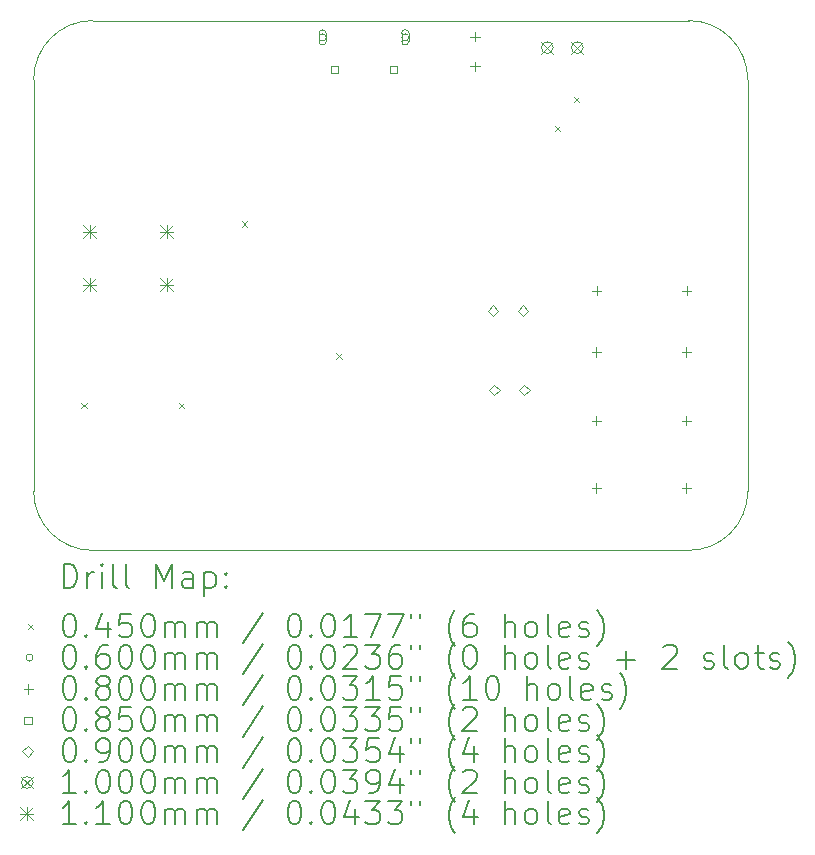
<source format=gbr>
%TF.GenerationSoftware,KiCad,Pcbnew,8.0.0*%
%TF.CreationDate,2024-03-02T14:55:01-05:00*%
%TF.ProjectId,workshop,776f726b-7368-46f7-902e-6b696361645f,rev?*%
%TF.SameCoordinates,Original*%
%TF.FileFunction,Drillmap*%
%TF.FilePolarity,Positive*%
%FSLAX45Y45*%
G04 Gerber Fmt 4.5, Leading zero omitted, Abs format (unit mm)*
G04 Created by KiCad (PCBNEW 8.0.0) date 2024-03-02 14:55:01*
%MOMM*%
%LPD*%
G01*
G04 APERTURE LIST*
%ADD10C,0.100000*%
%ADD11C,0.200000*%
%ADD12C,0.110000*%
G04 APERTURE END LIST*
D10*
X19590000Y-8573000D02*
X19590000Y-12059000D01*
X19090000Y-12559000D02*
X14044000Y-12559000D01*
X13544000Y-12059000D02*
X13544000Y-8573000D01*
X14044000Y-8073000D02*
X19090000Y-8073000D01*
X19590000Y-12059000D02*
G75*
G02*
X19090000Y-12559000I-500000J0D01*
G01*
X14044000Y-12559000D02*
G75*
G02*
X13544000Y-12059000I0J500000D01*
G01*
X19090000Y-8073000D02*
G75*
G02*
X19590000Y-8573000I0J-500000D01*
G01*
X13544000Y-8573000D02*
G75*
G02*
X14044000Y-8073000I500000J0D01*
G01*
D11*
D10*
X13947500Y-11310500D02*
X13992500Y-11355500D01*
X13992500Y-11310500D02*
X13947500Y-11355500D01*
X14775500Y-11308500D02*
X14820500Y-11353500D01*
X14820500Y-11308500D02*
X14775500Y-11353500D01*
X15306500Y-9772500D02*
X15351500Y-9817500D01*
X15351500Y-9772500D02*
X15306500Y-9817500D01*
X16106500Y-10891500D02*
X16151500Y-10936500D01*
X16151500Y-10891500D02*
X16106500Y-10936500D01*
X17958500Y-8964500D02*
X18003500Y-9009500D01*
X18003500Y-8964500D02*
X17958500Y-9009500D01*
X18117500Y-8718500D02*
X18162500Y-8763500D01*
X18162500Y-8718500D02*
X18117500Y-8763500D01*
X16020000Y-8215250D02*
G75*
G02*
X15960000Y-8215250I-30000J0D01*
G01*
X15960000Y-8215250D02*
G75*
G02*
X16020000Y-8215250I30000J0D01*
G01*
X16020000Y-8250250D02*
X16020000Y-8180250D01*
X15960000Y-8180250D02*
G75*
G02*
X16020000Y-8180250I30000J0D01*
G01*
X15960000Y-8180250D02*
X15960000Y-8250250D01*
X15960000Y-8250250D02*
G75*
G03*
X16020000Y-8250250I30000J0D01*
G01*
X16720000Y-8215250D02*
G75*
G02*
X16660000Y-8215250I-30000J0D01*
G01*
X16660000Y-8215250D02*
G75*
G02*
X16720000Y-8215250I30000J0D01*
G01*
X16660000Y-8180250D02*
X16660000Y-8250250D01*
X16720000Y-8250250D02*
G75*
G02*
X16660000Y-8250250I-30000J0D01*
G01*
X16720000Y-8250250D02*
X16720000Y-8180250D01*
X16720000Y-8180250D02*
G75*
G03*
X16660000Y-8180250I-30000J0D01*
G01*
X17280000Y-8170000D02*
X17280000Y-8250000D01*
X17240000Y-8210000D02*
X17320000Y-8210000D01*
X17280000Y-8420000D02*
X17280000Y-8500000D01*
X17240000Y-8460000D02*
X17320000Y-8460000D01*
X18308000Y-11420000D02*
X18308000Y-11500000D01*
X18268000Y-11460000D02*
X18348000Y-11460000D01*
X18308000Y-11990000D02*
X18308000Y-12070000D01*
X18268000Y-12030000D02*
X18348000Y-12030000D01*
X18309000Y-10840000D02*
X18309000Y-10920000D01*
X18269000Y-10880000D02*
X18349000Y-10880000D01*
X18310000Y-10320000D02*
X18310000Y-10400000D01*
X18270000Y-10360000D02*
X18350000Y-10360000D01*
X19070000Y-11420000D02*
X19070000Y-11500000D01*
X19030000Y-11460000D02*
X19110000Y-11460000D01*
X19070000Y-11990000D02*
X19070000Y-12070000D01*
X19030000Y-12030000D02*
X19110000Y-12030000D01*
X19071000Y-10840000D02*
X19071000Y-10920000D01*
X19031000Y-10880000D02*
X19111000Y-10880000D01*
X19072000Y-10320000D02*
X19072000Y-10400000D01*
X19032000Y-10360000D02*
X19112000Y-10360000D01*
X16120052Y-8515302D02*
X16120052Y-8455198D01*
X16059948Y-8455198D01*
X16059948Y-8515302D01*
X16120052Y-8515302D01*
X16620052Y-8515302D02*
X16620052Y-8455198D01*
X16559948Y-8455198D01*
X16559948Y-8515302D01*
X16620052Y-8515302D01*
X17433500Y-10575000D02*
X17478500Y-10530000D01*
X17433500Y-10485000D01*
X17388500Y-10530000D01*
X17433500Y-10575000D01*
X17444500Y-11247500D02*
X17489500Y-11202500D01*
X17444500Y-11157500D01*
X17399500Y-11202500D01*
X17444500Y-11247500D01*
X17687500Y-10575000D02*
X17732500Y-10530000D01*
X17687500Y-10485000D01*
X17642500Y-10530000D01*
X17687500Y-10575000D01*
X17698500Y-11247500D02*
X17743500Y-11202500D01*
X17698500Y-11157500D01*
X17653500Y-11202500D01*
X17698500Y-11247500D01*
X17842500Y-8253000D02*
X17942500Y-8353000D01*
X17942500Y-8253000D02*
X17842500Y-8353000D01*
X17942500Y-8303000D02*
G75*
G02*
X17842500Y-8303000I-50000J0D01*
G01*
X17842500Y-8303000D02*
G75*
G02*
X17942500Y-8303000I50000J0D01*
G01*
X18096500Y-8253000D02*
X18196500Y-8353000D01*
X18196500Y-8253000D02*
X18096500Y-8353000D01*
X18196500Y-8303000D02*
G75*
G02*
X18096500Y-8303000I-50000J0D01*
G01*
X18096500Y-8303000D02*
G75*
G02*
X18196500Y-8303000I50000J0D01*
G01*
D12*
X13965000Y-9805000D02*
X14075000Y-9915000D01*
X14075000Y-9805000D02*
X13965000Y-9915000D01*
X14020000Y-9805000D02*
X14020000Y-9915000D01*
X13965000Y-9860000D02*
X14075000Y-9860000D01*
X13965000Y-10255000D02*
X14075000Y-10365000D01*
X14075000Y-10255000D02*
X13965000Y-10365000D01*
X14020000Y-10255000D02*
X14020000Y-10365000D01*
X13965000Y-10310000D02*
X14075000Y-10310000D01*
X14615000Y-9805000D02*
X14725000Y-9915000D01*
X14725000Y-9805000D02*
X14615000Y-9915000D01*
X14670000Y-9805000D02*
X14670000Y-9915000D01*
X14615000Y-9860000D02*
X14725000Y-9860000D01*
X14615000Y-10255000D02*
X14725000Y-10365000D01*
X14725000Y-10255000D02*
X14615000Y-10365000D01*
X14670000Y-10255000D02*
X14670000Y-10365000D01*
X14615000Y-10310000D02*
X14725000Y-10310000D01*
D11*
X13799777Y-12875484D02*
X13799777Y-12675484D01*
X13799777Y-12675484D02*
X13847396Y-12675484D01*
X13847396Y-12675484D02*
X13875967Y-12685008D01*
X13875967Y-12685008D02*
X13895015Y-12704055D01*
X13895015Y-12704055D02*
X13904539Y-12723103D01*
X13904539Y-12723103D02*
X13914062Y-12761198D01*
X13914062Y-12761198D02*
X13914062Y-12789769D01*
X13914062Y-12789769D02*
X13904539Y-12827865D01*
X13904539Y-12827865D02*
X13895015Y-12846912D01*
X13895015Y-12846912D02*
X13875967Y-12865960D01*
X13875967Y-12865960D02*
X13847396Y-12875484D01*
X13847396Y-12875484D02*
X13799777Y-12875484D01*
X13999777Y-12875484D02*
X13999777Y-12742150D01*
X13999777Y-12780246D02*
X14009301Y-12761198D01*
X14009301Y-12761198D02*
X14018824Y-12751674D01*
X14018824Y-12751674D02*
X14037872Y-12742150D01*
X14037872Y-12742150D02*
X14056920Y-12742150D01*
X14123586Y-12875484D02*
X14123586Y-12742150D01*
X14123586Y-12675484D02*
X14114062Y-12685008D01*
X14114062Y-12685008D02*
X14123586Y-12694531D01*
X14123586Y-12694531D02*
X14133110Y-12685008D01*
X14133110Y-12685008D02*
X14123586Y-12675484D01*
X14123586Y-12675484D02*
X14123586Y-12694531D01*
X14247396Y-12875484D02*
X14228348Y-12865960D01*
X14228348Y-12865960D02*
X14218824Y-12846912D01*
X14218824Y-12846912D02*
X14218824Y-12675484D01*
X14352158Y-12875484D02*
X14333110Y-12865960D01*
X14333110Y-12865960D02*
X14323586Y-12846912D01*
X14323586Y-12846912D02*
X14323586Y-12675484D01*
X14580729Y-12875484D02*
X14580729Y-12675484D01*
X14580729Y-12675484D02*
X14647396Y-12818341D01*
X14647396Y-12818341D02*
X14714062Y-12675484D01*
X14714062Y-12675484D02*
X14714062Y-12875484D01*
X14895015Y-12875484D02*
X14895015Y-12770722D01*
X14895015Y-12770722D02*
X14885491Y-12751674D01*
X14885491Y-12751674D02*
X14866443Y-12742150D01*
X14866443Y-12742150D02*
X14828348Y-12742150D01*
X14828348Y-12742150D02*
X14809301Y-12751674D01*
X14895015Y-12865960D02*
X14875967Y-12875484D01*
X14875967Y-12875484D02*
X14828348Y-12875484D01*
X14828348Y-12875484D02*
X14809301Y-12865960D01*
X14809301Y-12865960D02*
X14799777Y-12846912D01*
X14799777Y-12846912D02*
X14799777Y-12827865D01*
X14799777Y-12827865D02*
X14809301Y-12808817D01*
X14809301Y-12808817D02*
X14828348Y-12799293D01*
X14828348Y-12799293D02*
X14875967Y-12799293D01*
X14875967Y-12799293D02*
X14895015Y-12789769D01*
X14990253Y-12742150D02*
X14990253Y-12942150D01*
X14990253Y-12751674D02*
X15009301Y-12742150D01*
X15009301Y-12742150D02*
X15047396Y-12742150D01*
X15047396Y-12742150D02*
X15066443Y-12751674D01*
X15066443Y-12751674D02*
X15075967Y-12761198D01*
X15075967Y-12761198D02*
X15085491Y-12780246D01*
X15085491Y-12780246D02*
X15085491Y-12837388D01*
X15085491Y-12837388D02*
X15075967Y-12856436D01*
X15075967Y-12856436D02*
X15066443Y-12865960D01*
X15066443Y-12865960D02*
X15047396Y-12875484D01*
X15047396Y-12875484D02*
X15009301Y-12875484D01*
X15009301Y-12875484D02*
X14990253Y-12865960D01*
X15171205Y-12856436D02*
X15180729Y-12865960D01*
X15180729Y-12865960D02*
X15171205Y-12875484D01*
X15171205Y-12875484D02*
X15161682Y-12865960D01*
X15161682Y-12865960D02*
X15171205Y-12856436D01*
X15171205Y-12856436D02*
X15171205Y-12875484D01*
X15171205Y-12751674D02*
X15180729Y-12761198D01*
X15180729Y-12761198D02*
X15171205Y-12770722D01*
X15171205Y-12770722D02*
X15161682Y-12761198D01*
X15161682Y-12761198D02*
X15171205Y-12751674D01*
X15171205Y-12751674D02*
X15171205Y-12770722D01*
D10*
X13494000Y-13181500D02*
X13539000Y-13226500D01*
X13539000Y-13181500D02*
X13494000Y-13226500D01*
D11*
X13837872Y-13095484D02*
X13856920Y-13095484D01*
X13856920Y-13095484D02*
X13875967Y-13105008D01*
X13875967Y-13105008D02*
X13885491Y-13114531D01*
X13885491Y-13114531D02*
X13895015Y-13133579D01*
X13895015Y-13133579D02*
X13904539Y-13171674D01*
X13904539Y-13171674D02*
X13904539Y-13219293D01*
X13904539Y-13219293D02*
X13895015Y-13257388D01*
X13895015Y-13257388D02*
X13885491Y-13276436D01*
X13885491Y-13276436D02*
X13875967Y-13285960D01*
X13875967Y-13285960D02*
X13856920Y-13295484D01*
X13856920Y-13295484D02*
X13837872Y-13295484D01*
X13837872Y-13295484D02*
X13818824Y-13285960D01*
X13818824Y-13285960D02*
X13809301Y-13276436D01*
X13809301Y-13276436D02*
X13799777Y-13257388D01*
X13799777Y-13257388D02*
X13790253Y-13219293D01*
X13790253Y-13219293D02*
X13790253Y-13171674D01*
X13790253Y-13171674D02*
X13799777Y-13133579D01*
X13799777Y-13133579D02*
X13809301Y-13114531D01*
X13809301Y-13114531D02*
X13818824Y-13105008D01*
X13818824Y-13105008D02*
X13837872Y-13095484D01*
X13990253Y-13276436D02*
X13999777Y-13285960D01*
X13999777Y-13285960D02*
X13990253Y-13295484D01*
X13990253Y-13295484D02*
X13980729Y-13285960D01*
X13980729Y-13285960D02*
X13990253Y-13276436D01*
X13990253Y-13276436D02*
X13990253Y-13295484D01*
X14171205Y-13162150D02*
X14171205Y-13295484D01*
X14123586Y-13085960D02*
X14075967Y-13228817D01*
X14075967Y-13228817D02*
X14199777Y-13228817D01*
X14371205Y-13095484D02*
X14275967Y-13095484D01*
X14275967Y-13095484D02*
X14266443Y-13190722D01*
X14266443Y-13190722D02*
X14275967Y-13181198D01*
X14275967Y-13181198D02*
X14295015Y-13171674D01*
X14295015Y-13171674D02*
X14342634Y-13171674D01*
X14342634Y-13171674D02*
X14361682Y-13181198D01*
X14361682Y-13181198D02*
X14371205Y-13190722D01*
X14371205Y-13190722D02*
X14380729Y-13209769D01*
X14380729Y-13209769D02*
X14380729Y-13257388D01*
X14380729Y-13257388D02*
X14371205Y-13276436D01*
X14371205Y-13276436D02*
X14361682Y-13285960D01*
X14361682Y-13285960D02*
X14342634Y-13295484D01*
X14342634Y-13295484D02*
X14295015Y-13295484D01*
X14295015Y-13295484D02*
X14275967Y-13285960D01*
X14275967Y-13285960D02*
X14266443Y-13276436D01*
X14504539Y-13095484D02*
X14523586Y-13095484D01*
X14523586Y-13095484D02*
X14542634Y-13105008D01*
X14542634Y-13105008D02*
X14552158Y-13114531D01*
X14552158Y-13114531D02*
X14561682Y-13133579D01*
X14561682Y-13133579D02*
X14571205Y-13171674D01*
X14571205Y-13171674D02*
X14571205Y-13219293D01*
X14571205Y-13219293D02*
X14561682Y-13257388D01*
X14561682Y-13257388D02*
X14552158Y-13276436D01*
X14552158Y-13276436D02*
X14542634Y-13285960D01*
X14542634Y-13285960D02*
X14523586Y-13295484D01*
X14523586Y-13295484D02*
X14504539Y-13295484D01*
X14504539Y-13295484D02*
X14485491Y-13285960D01*
X14485491Y-13285960D02*
X14475967Y-13276436D01*
X14475967Y-13276436D02*
X14466443Y-13257388D01*
X14466443Y-13257388D02*
X14456920Y-13219293D01*
X14456920Y-13219293D02*
X14456920Y-13171674D01*
X14456920Y-13171674D02*
X14466443Y-13133579D01*
X14466443Y-13133579D02*
X14475967Y-13114531D01*
X14475967Y-13114531D02*
X14485491Y-13105008D01*
X14485491Y-13105008D02*
X14504539Y-13095484D01*
X14656920Y-13295484D02*
X14656920Y-13162150D01*
X14656920Y-13181198D02*
X14666443Y-13171674D01*
X14666443Y-13171674D02*
X14685491Y-13162150D01*
X14685491Y-13162150D02*
X14714063Y-13162150D01*
X14714063Y-13162150D02*
X14733110Y-13171674D01*
X14733110Y-13171674D02*
X14742634Y-13190722D01*
X14742634Y-13190722D02*
X14742634Y-13295484D01*
X14742634Y-13190722D02*
X14752158Y-13171674D01*
X14752158Y-13171674D02*
X14771205Y-13162150D01*
X14771205Y-13162150D02*
X14799777Y-13162150D01*
X14799777Y-13162150D02*
X14818824Y-13171674D01*
X14818824Y-13171674D02*
X14828348Y-13190722D01*
X14828348Y-13190722D02*
X14828348Y-13295484D01*
X14923586Y-13295484D02*
X14923586Y-13162150D01*
X14923586Y-13181198D02*
X14933110Y-13171674D01*
X14933110Y-13171674D02*
X14952158Y-13162150D01*
X14952158Y-13162150D02*
X14980729Y-13162150D01*
X14980729Y-13162150D02*
X14999777Y-13171674D01*
X14999777Y-13171674D02*
X15009301Y-13190722D01*
X15009301Y-13190722D02*
X15009301Y-13295484D01*
X15009301Y-13190722D02*
X15018824Y-13171674D01*
X15018824Y-13171674D02*
X15037872Y-13162150D01*
X15037872Y-13162150D02*
X15066443Y-13162150D01*
X15066443Y-13162150D02*
X15085491Y-13171674D01*
X15085491Y-13171674D02*
X15095015Y-13190722D01*
X15095015Y-13190722D02*
X15095015Y-13295484D01*
X15485491Y-13085960D02*
X15314063Y-13343103D01*
X15742634Y-13095484D02*
X15761682Y-13095484D01*
X15761682Y-13095484D02*
X15780729Y-13105008D01*
X15780729Y-13105008D02*
X15790253Y-13114531D01*
X15790253Y-13114531D02*
X15799777Y-13133579D01*
X15799777Y-13133579D02*
X15809301Y-13171674D01*
X15809301Y-13171674D02*
X15809301Y-13219293D01*
X15809301Y-13219293D02*
X15799777Y-13257388D01*
X15799777Y-13257388D02*
X15790253Y-13276436D01*
X15790253Y-13276436D02*
X15780729Y-13285960D01*
X15780729Y-13285960D02*
X15761682Y-13295484D01*
X15761682Y-13295484D02*
X15742634Y-13295484D01*
X15742634Y-13295484D02*
X15723586Y-13285960D01*
X15723586Y-13285960D02*
X15714063Y-13276436D01*
X15714063Y-13276436D02*
X15704539Y-13257388D01*
X15704539Y-13257388D02*
X15695015Y-13219293D01*
X15695015Y-13219293D02*
X15695015Y-13171674D01*
X15695015Y-13171674D02*
X15704539Y-13133579D01*
X15704539Y-13133579D02*
X15714063Y-13114531D01*
X15714063Y-13114531D02*
X15723586Y-13105008D01*
X15723586Y-13105008D02*
X15742634Y-13095484D01*
X15895015Y-13276436D02*
X15904539Y-13285960D01*
X15904539Y-13285960D02*
X15895015Y-13295484D01*
X15895015Y-13295484D02*
X15885491Y-13285960D01*
X15885491Y-13285960D02*
X15895015Y-13276436D01*
X15895015Y-13276436D02*
X15895015Y-13295484D01*
X16028348Y-13095484D02*
X16047396Y-13095484D01*
X16047396Y-13095484D02*
X16066444Y-13105008D01*
X16066444Y-13105008D02*
X16075967Y-13114531D01*
X16075967Y-13114531D02*
X16085491Y-13133579D01*
X16085491Y-13133579D02*
X16095015Y-13171674D01*
X16095015Y-13171674D02*
X16095015Y-13219293D01*
X16095015Y-13219293D02*
X16085491Y-13257388D01*
X16085491Y-13257388D02*
X16075967Y-13276436D01*
X16075967Y-13276436D02*
X16066444Y-13285960D01*
X16066444Y-13285960D02*
X16047396Y-13295484D01*
X16047396Y-13295484D02*
X16028348Y-13295484D01*
X16028348Y-13295484D02*
X16009301Y-13285960D01*
X16009301Y-13285960D02*
X15999777Y-13276436D01*
X15999777Y-13276436D02*
X15990253Y-13257388D01*
X15990253Y-13257388D02*
X15980729Y-13219293D01*
X15980729Y-13219293D02*
X15980729Y-13171674D01*
X15980729Y-13171674D02*
X15990253Y-13133579D01*
X15990253Y-13133579D02*
X15999777Y-13114531D01*
X15999777Y-13114531D02*
X16009301Y-13105008D01*
X16009301Y-13105008D02*
X16028348Y-13095484D01*
X16285491Y-13295484D02*
X16171206Y-13295484D01*
X16228348Y-13295484D02*
X16228348Y-13095484D01*
X16228348Y-13095484D02*
X16209301Y-13124055D01*
X16209301Y-13124055D02*
X16190253Y-13143103D01*
X16190253Y-13143103D02*
X16171206Y-13152627D01*
X16352158Y-13095484D02*
X16485491Y-13095484D01*
X16485491Y-13095484D02*
X16399777Y-13295484D01*
X16542634Y-13095484D02*
X16675967Y-13095484D01*
X16675967Y-13095484D02*
X16590253Y-13295484D01*
X16742634Y-13095484D02*
X16742634Y-13133579D01*
X16818825Y-13095484D02*
X16818825Y-13133579D01*
X17114063Y-13371674D02*
X17104539Y-13362150D01*
X17104539Y-13362150D02*
X17085491Y-13333579D01*
X17085491Y-13333579D02*
X17075968Y-13314531D01*
X17075968Y-13314531D02*
X17066444Y-13285960D01*
X17066444Y-13285960D02*
X17056920Y-13238341D01*
X17056920Y-13238341D02*
X17056920Y-13200246D01*
X17056920Y-13200246D02*
X17066444Y-13152627D01*
X17066444Y-13152627D02*
X17075968Y-13124055D01*
X17075968Y-13124055D02*
X17085491Y-13105008D01*
X17085491Y-13105008D02*
X17104539Y-13076436D01*
X17104539Y-13076436D02*
X17114063Y-13066912D01*
X17275968Y-13095484D02*
X17237872Y-13095484D01*
X17237872Y-13095484D02*
X17218825Y-13105008D01*
X17218825Y-13105008D02*
X17209301Y-13114531D01*
X17209301Y-13114531D02*
X17190253Y-13143103D01*
X17190253Y-13143103D02*
X17180730Y-13181198D01*
X17180730Y-13181198D02*
X17180730Y-13257388D01*
X17180730Y-13257388D02*
X17190253Y-13276436D01*
X17190253Y-13276436D02*
X17199777Y-13285960D01*
X17199777Y-13285960D02*
X17218825Y-13295484D01*
X17218825Y-13295484D02*
X17256920Y-13295484D01*
X17256920Y-13295484D02*
X17275968Y-13285960D01*
X17275968Y-13285960D02*
X17285491Y-13276436D01*
X17285491Y-13276436D02*
X17295015Y-13257388D01*
X17295015Y-13257388D02*
X17295015Y-13209769D01*
X17295015Y-13209769D02*
X17285491Y-13190722D01*
X17285491Y-13190722D02*
X17275968Y-13181198D01*
X17275968Y-13181198D02*
X17256920Y-13171674D01*
X17256920Y-13171674D02*
X17218825Y-13171674D01*
X17218825Y-13171674D02*
X17199777Y-13181198D01*
X17199777Y-13181198D02*
X17190253Y-13190722D01*
X17190253Y-13190722D02*
X17180730Y-13209769D01*
X17533111Y-13295484D02*
X17533111Y-13095484D01*
X17618825Y-13295484D02*
X17618825Y-13190722D01*
X17618825Y-13190722D02*
X17609301Y-13171674D01*
X17609301Y-13171674D02*
X17590253Y-13162150D01*
X17590253Y-13162150D02*
X17561682Y-13162150D01*
X17561682Y-13162150D02*
X17542634Y-13171674D01*
X17542634Y-13171674D02*
X17533111Y-13181198D01*
X17742634Y-13295484D02*
X17723587Y-13285960D01*
X17723587Y-13285960D02*
X17714063Y-13276436D01*
X17714063Y-13276436D02*
X17704539Y-13257388D01*
X17704539Y-13257388D02*
X17704539Y-13200246D01*
X17704539Y-13200246D02*
X17714063Y-13181198D01*
X17714063Y-13181198D02*
X17723587Y-13171674D01*
X17723587Y-13171674D02*
X17742634Y-13162150D01*
X17742634Y-13162150D02*
X17771206Y-13162150D01*
X17771206Y-13162150D02*
X17790253Y-13171674D01*
X17790253Y-13171674D02*
X17799777Y-13181198D01*
X17799777Y-13181198D02*
X17809301Y-13200246D01*
X17809301Y-13200246D02*
X17809301Y-13257388D01*
X17809301Y-13257388D02*
X17799777Y-13276436D01*
X17799777Y-13276436D02*
X17790253Y-13285960D01*
X17790253Y-13285960D02*
X17771206Y-13295484D01*
X17771206Y-13295484D02*
X17742634Y-13295484D01*
X17923587Y-13295484D02*
X17904539Y-13285960D01*
X17904539Y-13285960D02*
X17895015Y-13266912D01*
X17895015Y-13266912D02*
X17895015Y-13095484D01*
X18075968Y-13285960D02*
X18056920Y-13295484D01*
X18056920Y-13295484D02*
X18018825Y-13295484D01*
X18018825Y-13295484D02*
X17999777Y-13285960D01*
X17999777Y-13285960D02*
X17990253Y-13266912D01*
X17990253Y-13266912D02*
X17990253Y-13190722D01*
X17990253Y-13190722D02*
X17999777Y-13171674D01*
X17999777Y-13171674D02*
X18018825Y-13162150D01*
X18018825Y-13162150D02*
X18056920Y-13162150D01*
X18056920Y-13162150D02*
X18075968Y-13171674D01*
X18075968Y-13171674D02*
X18085492Y-13190722D01*
X18085492Y-13190722D02*
X18085492Y-13209769D01*
X18085492Y-13209769D02*
X17990253Y-13228817D01*
X18161682Y-13285960D02*
X18180730Y-13295484D01*
X18180730Y-13295484D02*
X18218825Y-13295484D01*
X18218825Y-13295484D02*
X18237873Y-13285960D01*
X18237873Y-13285960D02*
X18247396Y-13266912D01*
X18247396Y-13266912D02*
X18247396Y-13257388D01*
X18247396Y-13257388D02*
X18237873Y-13238341D01*
X18237873Y-13238341D02*
X18218825Y-13228817D01*
X18218825Y-13228817D02*
X18190253Y-13228817D01*
X18190253Y-13228817D02*
X18171206Y-13219293D01*
X18171206Y-13219293D02*
X18161682Y-13200246D01*
X18161682Y-13200246D02*
X18161682Y-13190722D01*
X18161682Y-13190722D02*
X18171206Y-13171674D01*
X18171206Y-13171674D02*
X18190253Y-13162150D01*
X18190253Y-13162150D02*
X18218825Y-13162150D01*
X18218825Y-13162150D02*
X18237873Y-13171674D01*
X18314063Y-13371674D02*
X18323587Y-13362150D01*
X18323587Y-13362150D02*
X18342634Y-13333579D01*
X18342634Y-13333579D02*
X18352158Y-13314531D01*
X18352158Y-13314531D02*
X18361682Y-13285960D01*
X18361682Y-13285960D02*
X18371206Y-13238341D01*
X18371206Y-13238341D02*
X18371206Y-13200246D01*
X18371206Y-13200246D02*
X18361682Y-13152627D01*
X18361682Y-13152627D02*
X18352158Y-13124055D01*
X18352158Y-13124055D02*
X18342634Y-13105008D01*
X18342634Y-13105008D02*
X18323587Y-13076436D01*
X18323587Y-13076436D02*
X18314063Y-13066912D01*
D10*
X13539000Y-13468000D02*
G75*
G02*
X13479000Y-13468000I-30000J0D01*
G01*
X13479000Y-13468000D02*
G75*
G02*
X13539000Y-13468000I30000J0D01*
G01*
D11*
X13837872Y-13359484D02*
X13856920Y-13359484D01*
X13856920Y-13359484D02*
X13875967Y-13369008D01*
X13875967Y-13369008D02*
X13885491Y-13378531D01*
X13885491Y-13378531D02*
X13895015Y-13397579D01*
X13895015Y-13397579D02*
X13904539Y-13435674D01*
X13904539Y-13435674D02*
X13904539Y-13483293D01*
X13904539Y-13483293D02*
X13895015Y-13521388D01*
X13895015Y-13521388D02*
X13885491Y-13540436D01*
X13885491Y-13540436D02*
X13875967Y-13549960D01*
X13875967Y-13549960D02*
X13856920Y-13559484D01*
X13856920Y-13559484D02*
X13837872Y-13559484D01*
X13837872Y-13559484D02*
X13818824Y-13549960D01*
X13818824Y-13549960D02*
X13809301Y-13540436D01*
X13809301Y-13540436D02*
X13799777Y-13521388D01*
X13799777Y-13521388D02*
X13790253Y-13483293D01*
X13790253Y-13483293D02*
X13790253Y-13435674D01*
X13790253Y-13435674D02*
X13799777Y-13397579D01*
X13799777Y-13397579D02*
X13809301Y-13378531D01*
X13809301Y-13378531D02*
X13818824Y-13369008D01*
X13818824Y-13369008D02*
X13837872Y-13359484D01*
X13990253Y-13540436D02*
X13999777Y-13549960D01*
X13999777Y-13549960D02*
X13990253Y-13559484D01*
X13990253Y-13559484D02*
X13980729Y-13549960D01*
X13980729Y-13549960D02*
X13990253Y-13540436D01*
X13990253Y-13540436D02*
X13990253Y-13559484D01*
X14171205Y-13359484D02*
X14133110Y-13359484D01*
X14133110Y-13359484D02*
X14114062Y-13369008D01*
X14114062Y-13369008D02*
X14104539Y-13378531D01*
X14104539Y-13378531D02*
X14085491Y-13407103D01*
X14085491Y-13407103D02*
X14075967Y-13445198D01*
X14075967Y-13445198D02*
X14075967Y-13521388D01*
X14075967Y-13521388D02*
X14085491Y-13540436D01*
X14085491Y-13540436D02*
X14095015Y-13549960D01*
X14095015Y-13549960D02*
X14114062Y-13559484D01*
X14114062Y-13559484D02*
X14152158Y-13559484D01*
X14152158Y-13559484D02*
X14171205Y-13549960D01*
X14171205Y-13549960D02*
X14180729Y-13540436D01*
X14180729Y-13540436D02*
X14190253Y-13521388D01*
X14190253Y-13521388D02*
X14190253Y-13473769D01*
X14190253Y-13473769D02*
X14180729Y-13454722D01*
X14180729Y-13454722D02*
X14171205Y-13445198D01*
X14171205Y-13445198D02*
X14152158Y-13435674D01*
X14152158Y-13435674D02*
X14114062Y-13435674D01*
X14114062Y-13435674D02*
X14095015Y-13445198D01*
X14095015Y-13445198D02*
X14085491Y-13454722D01*
X14085491Y-13454722D02*
X14075967Y-13473769D01*
X14314062Y-13359484D02*
X14333110Y-13359484D01*
X14333110Y-13359484D02*
X14352158Y-13369008D01*
X14352158Y-13369008D02*
X14361682Y-13378531D01*
X14361682Y-13378531D02*
X14371205Y-13397579D01*
X14371205Y-13397579D02*
X14380729Y-13435674D01*
X14380729Y-13435674D02*
X14380729Y-13483293D01*
X14380729Y-13483293D02*
X14371205Y-13521388D01*
X14371205Y-13521388D02*
X14361682Y-13540436D01*
X14361682Y-13540436D02*
X14352158Y-13549960D01*
X14352158Y-13549960D02*
X14333110Y-13559484D01*
X14333110Y-13559484D02*
X14314062Y-13559484D01*
X14314062Y-13559484D02*
X14295015Y-13549960D01*
X14295015Y-13549960D02*
X14285491Y-13540436D01*
X14285491Y-13540436D02*
X14275967Y-13521388D01*
X14275967Y-13521388D02*
X14266443Y-13483293D01*
X14266443Y-13483293D02*
X14266443Y-13435674D01*
X14266443Y-13435674D02*
X14275967Y-13397579D01*
X14275967Y-13397579D02*
X14285491Y-13378531D01*
X14285491Y-13378531D02*
X14295015Y-13369008D01*
X14295015Y-13369008D02*
X14314062Y-13359484D01*
X14504539Y-13359484D02*
X14523586Y-13359484D01*
X14523586Y-13359484D02*
X14542634Y-13369008D01*
X14542634Y-13369008D02*
X14552158Y-13378531D01*
X14552158Y-13378531D02*
X14561682Y-13397579D01*
X14561682Y-13397579D02*
X14571205Y-13435674D01*
X14571205Y-13435674D02*
X14571205Y-13483293D01*
X14571205Y-13483293D02*
X14561682Y-13521388D01*
X14561682Y-13521388D02*
X14552158Y-13540436D01*
X14552158Y-13540436D02*
X14542634Y-13549960D01*
X14542634Y-13549960D02*
X14523586Y-13559484D01*
X14523586Y-13559484D02*
X14504539Y-13559484D01*
X14504539Y-13559484D02*
X14485491Y-13549960D01*
X14485491Y-13549960D02*
X14475967Y-13540436D01*
X14475967Y-13540436D02*
X14466443Y-13521388D01*
X14466443Y-13521388D02*
X14456920Y-13483293D01*
X14456920Y-13483293D02*
X14456920Y-13435674D01*
X14456920Y-13435674D02*
X14466443Y-13397579D01*
X14466443Y-13397579D02*
X14475967Y-13378531D01*
X14475967Y-13378531D02*
X14485491Y-13369008D01*
X14485491Y-13369008D02*
X14504539Y-13359484D01*
X14656920Y-13559484D02*
X14656920Y-13426150D01*
X14656920Y-13445198D02*
X14666443Y-13435674D01*
X14666443Y-13435674D02*
X14685491Y-13426150D01*
X14685491Y-13426150D02*
X14714063Y-13426150D01*
X14714063Y-13426150D02*
X14733110Y-13435674D01*
X14733110Y-13435674D02*
X14742634Y-13454722D01*
X14742634Y-13454722D02*
X14742634Y-13559484D01*
X14742634Y-13454722D02*
X14752158Y-13435674D01*
X14752158Y-13435674D02*
X14771205Y-13426150D01*
X14771205Y-13426150D02*
X14799777Y-13426150D01*
X14799777Y-13426150D02*
X14818824Y-13435674D01*
X14818824Y-13435674D02*
X14828348Y-13454722D01*
X14828348Y-13454722D02*
X14828348Y-13559484D01*
X14923586Y-13559484D02*
X14923586Y-13426150D01*
X14923586Y-13445198D02*
X14933110Y-13435674D01*
X14933110Y-13435674D02*
X14952158Y-13426150D01*
X14952158Y-13426150D02*
X14980729Y-13426150D01*
X14980729Y-13426150D02*
X14999777Y-13435674D01*
X14999777Y-13435674D02*
X15009301Y-13454722D01*
X15009301Y-13454722D02*
X15009301Y-13559484D01*
X15009301Y-13454722D02*
X15018824Y-13435674D01*
X15018824Y-13435674D02*
X15037872Y-13426150D01*
X15037872Y-13426150D02*
X15066443Y-13426150D01*
X15066443Y-13426150D02*
X15085491Y-13435674D01*
X15085491Y-13435674D02*
X15095015Y-13454722D01*
X15095015Y-13454722D02*
X15095015Y-13559484D01*
X15485491Y-13349960D02*
X15314063Y-13607103D01*
X15742634Y-13359484D02*
X15761682Y-13359484D01*
X15761682Y-13359484D02*
X15780729Y-13369008D01*
X15780729Y-13369008D02*
X15790253Y-13378531D01*
X15790253Y-13378531D02*
X15799777Y-13397579D01*
X15799777Y-13397579D02*
X15809301Y-13435674D01*
X15809301Y-13435674D02*
X15809301Y-13483293D01*
X15809301Y-13483293D02*
X15799777Y-13521388D01*
X15799777Y-13521388D02*
X15790253Y-13540436D01*
X15790253Y-13540436D02*
X15780729Y-13549960D01*
X15780729Y-13549960D02*
X15761682Y-13559484D01*
X15761682Y-13559484D02*
X15742634Y-13559484D01*
X15742634Y-13559484D02*
X15723586Y-13549960D01*
X15723586Y-13549960D02*
X15714063Y-13540436D01*
X15714063Y-13540436D02*
X15704539Y-13521388D01*
X15704539Y-13521388D02*
X15695015Y-13483293D01*
X15695015Y-13483293D02*
X15695015Y-13435674D01*
X15695015Y-13435674D02*
X15704539Y-13397579D01*
X15704539Y-13397579D02*
X15714063Y-13378531D01*
X15714063Y-13378531D02*
X15723586Y-13369008D01*
X15723586Y-13369008D02*
X15742634Y-13359484D01*
X15895015Y-13540436D02*
X15904539Y-13549960D01*
X15904539Y-13549960D02*
X15895015Y-13559484D01*
X15895015Y-13559484D02*
X15885491Y-13549960D01*
X15885491Y-13549960D02*
X15895015Y-13540436D01*
X15895015Y-13540436D02*
X15895015Y-13559484D01*
X16028348Y-13359484D02*
X16047396Y-13359484D01*
X16047396Y-13359484D02*
X16066444Y-13369008D01*
X16066444Y-13369008D02*
X16075967Y-13378531D01*
X16075967Y-13378531D02*
X16085491Y-13397579D01*
X16085491Y-13397579D02*
X16095015Y-13435674D01*
X16095015Y-13435674D02*
X16095015Y-13483293D01*
X16095015Y-13483293D02*
X16085491Y-13521388D01*
X16085491Y-13521388D02*
X16075967Y-13540436D01*
X16075967Y-13540436D02*
X16066444Y-13549960D01*
X16066444Y-13549960D02*
X16047396Y-13559484D01*
X16047396Y-13559484D02*
X16028348Y-13559484D01*
X16028348Y-13559484D02*
X16009301Y-13549960D01*
X16009301Y-13549960D02*
X15999777Y-13540436D01*
X15999777Y-13540436D02*
X15990253Y-13521388D01*
X15990253Y-13521388D02*
X15980729Y-13483293D01*
X15980729Y-13483293D02*
X15980729Y-13435674D01*
X15980729Y-13435674D02*
X15990253Y-13397579D01*
X15990253Y-13397579D02*
X15999777Y-13378531D01*
X15999777Y-13378531D02*
X16009301Y-13369008D01*
X16009301Y-13369008D02*
X16028348Y-13359484D01*
X16171206Y-13378531D02*
X16180729Y-13369008D01*
X16180729Y-13369008D02*
X16199777Y-13359484D01*
X16199777Y-13359484D02*
X16247396Y-13359484D01*
X16247396Y-13359484D02*
X16266444Y-13369008D01*
X16266444Y-13369008D02*
X16275967Y-13378531D01*
X16275967Y-13378531D02*
X16285491Y-13397579D01*
X16285491Y-13397579D02*
X16285491Y-13416627D01*
X16285491Y-13416627D02*
X16275967Y-13445198D01*
X16275967Y-13445198D02*
X16161682Y-13559484D01*
X16161682Y-13559484D02*
X16285491Y-13559484D01*
X16352158Y-13359484D02*
X16475967Y-13359484D01*
X16475967Y-13359484D02*
X16409301Y-13435674D01*
X16409301Y-13435674D02*
X16437872Y-13435674D01*
X16437872Y-13435674D02*
X16456920Y-13445198D01*
X16456920Y-13445198D02*
X16466444Y-13454722D01*
X16466444Y-13454722D02*
X16475967Y-13473769D01*
X16475967Y-13473769D02*
X16475967Y-13521388D01*
X16475967Y-13521388D02*
X16466444Y-13540436D01*
X16466444Y-13540436D02*
X16456920Y-13549960D01*
X16456920Y-13549960D02*
X16437872Y-13559484D01*
X16437872Y-13559484D02*
X16380729Y-13559484D01*
X16380729Y-13559484D02*
X16361682Y-13549960D01*
X16361682Y-13549960D02*
X16352158Y-13540436D01*
X16647396Y-13359484D02*
X16609301Y-13359484D01*
X16609301Y-13359484D02*
X16590253Y-13369008D01*
X16590253Y-13369008D02*
X16580729Y-13378531D01*
X16580729Y-13378531D02*
X16561682Y-13407103D01*
X16561682Y-13407103D02*
X16552158Y-13445198D01*
X16552158Y-13445198D02*
X16552158Y-13521388D01*
X16552158Y-13521388D02*
X16561682Y-13540436D01*
X16561682Y-13540436D02*
X16571206Y-13549960D01*
X16571206Y-13549960D02*
X16590253Y-13559484D01*
X16590253Y-13559484D02*
X16628348Y-13559484D01*
X16628348Y-13559484D02*
X16647396Y-13549960D01*
X16647396Y-13549960D02*
X16656920Y-13540436D01*
X16656920Y-13540436D02*
X16666444Y-13521388D01*
X16666444Y-13521388D02*
X16666444Y-13473769D01*
X16666444Y-13473769D02*
X16656920Y-13454722D01*
X16656920Y-13454722D02*
X16647396Y-13445198D01*
X16647396Y-13445198D02*
X16628348Y-13435674D01*
X16628348Y-13435674D02*
X16590253Y-13435674D01*
X16590253Y-13435674D02*
X16571206Y-13445198D01*
X16571206Y-13445198D02*
X16561682Y-13454722D01*
X16561682Y-13454722D02*
X16552158Y-13473769D01*
X16742634Y-13359484D02*
X16742634Y-13397579D01*
X16818825Y-13359484D02*
X16818825Y-13397579D01*
X17114063Y-13635674D02*
X17104539Y-13626150D01*
X17104539Y-13626150D02*
X17085491Y-13597579D01*
X17085491Y-13597579D02*
X17075968Y-13578531D01*
X17075968Y-13578531D02*
X17066444Y-13549960D01*
X17066444Y-13549960D02*
X17056920Y-13502341D01*
X17056920Y-13502341D02*
X17056920Y-13464246D01*
X17056920Y-13464246D02*
X17066444Y-13416627D01*
X17066444Y-13416627D02*
X17075968Y-13388055D01*
X17075968Y-13388055D02*
X17085491Y-13369008D01*
X17085491Y-13369008D02*
X17104539Y-13340436D01*
X17104539Y-13340436D02*
X17114063Y-13330912D01*
X17228349Y-13359484D02*
X17247396Y-13359484D01*
X17247396Y-13359484D02*
X17266444Y-13369008D01*
X17266444Y-13369008D02*
X17275968Y-13378531D01*
X17275968Y-13378531D02*
X17285491Y-13397579D01*
X17285491Y-13397579D02*
X17295015Y-13435674D01*
X17295015Y-13435674D02*
X17295015Y-13483293D01*
X17295015Y-13483293D02*
X17285491Y-13521388D01*
X17285491Y-13521388D02*
X17275968Y-13540436D01*
X17275968Y-13540436D02*
X17266444Y-13549960D01*
X17266444Y-13549960D02*
X17247396Y-13559484D01*
X17247396Y-13559484D02*
X17228349Y-13559484D01*
X17228349Y-13559484D02*
X17209301Y-13549960D01*
X17209301Y-13549960D02*
X17199777Y-13540436D01*
X17199777Y-13540436D02*
X17190253Y-13521388D01*
X17190253Y-13521388D02*
X17180730Y-13483293D01*
X17180730Y-13483293D02*
X17180730Y-13435674D01*
X17180730Y-13435674D02*
X17190253Y-13397579D01*
X17190253Y-13397579D02*
X17199777Y-13378531D01*
X17199777Y-13378531D02*
X17209301Y-13369008D01*
X17209301Y-13369008D02*
X17228349Y-13359484D01*
X17533111Y-13559484D02*
X17533111Y-13359484D01*
X17618825Y-13559484D02*
X17618825Y-13454722D01*
X17618825Y-13454722D02*
X17609301Y-13435674D01*
X17609301Y-13435674D02*
X17590253Y-13426150D01*
X17590253Y-13426150D02*
X17561682Y-13426150D01*
X17561682Y-13426150D02*
X17542634Y-13435674D01*
X17542634Y-13435674D02*
X17533111Y-13445198D01*
X17742634Y-13559484D02*
X17723587Y-13549960D01*
X17723587Y-13549960D02*
X17714063Y-13540436D01*
X17714063Y-13540436D02*
X17704539Y-13521388D01*
X17704539Y-13521388D02*
X17704539Y-13464246D01*
X17704539Y-13464246D02*
X17714063Y-13445198D01*
X17714063Y-13445198D02*
X17723587Y-13435674D01*
X17723587Y-13435674D02*
X17742634Y-13426150D01*
X17742634Y-13426150D02*
X17771206Y-13426150D01*
X17771206Y-13426150D02*
X17790253Y-13435674D01*
X17790253Y-13435674D02*
X17799777Y-13445198D01*
X17799777Y-13445198D02*
X17809301Y-13464246D01*
X17809301Y-13464246D02*
X17809301Y-13521388D01*
X17809301Y-13521388D02*
X17799777Y-13540436D01*
X17799777Y-13540436D02*
X17790253Y-13549960D01*
X17790253Y-13549960D02*
X17771206Y-13559484D01*
X17771206Y-13559484D02*
X17742634Y-13559484D01*
X17923587Y-13559484D02*
X17904539Y-13549960D01*
X17904539Y-13549960D02*
X17895015Y-13530912D01*
X17895015Y-13530912D02*
X17895015Y-13359484D01*
X18075968Y-13549960D02*
X18056920Y-13559484D01*
X18056920Y-13559484D02*
X18018825Y-13559484D01*
X18018825Y-13559484D02*
X17999777Y-13549960D01*
X17999777Y-13549960D02*
X17990253Y-13530912D01*
X17990253Y-13530912D02*
X17990253Y-13454722D01*
X17990253Y-13454722D02*
X17999777Y-13435674D01*
X17999777Y-13435674D02*
X18018825Y-13426150D01*
X18018825Y-13426150D02*
X18056920Y-13426150D01*
X18056920Y-13426150D02*
X18075968Y-13435674D01*
X18075968Y-13435674D02*
X18085492Y-13454722D01*
X18085492Y-13454722D02*
X18085492Y-13473769D01*
X18085492Y-13473769D02*
X17990253Y-13492817D01*
X18161682Y-13549960D02*
X18180730Y-13559484D01*
X18180730Y-13559484D02*
X18218825Y-13559484D01*
X18218825Y-13559484D02*
X18237873Y-13549960D01*
X18237873Y-13549960D02*
X18247396Y-13530912D01*
X18247396Y-13530912D02*
X18247396Y-13521388D01*
X18247396Y-13521388D02*
X18237873Y-13502341D01*
X18237873Y-13502341D02*
X18218825Y-13492817D01*
X18218825Y-13492817D02*
X18190253Y-13492817D01*
X18190253Y-13492817D02*
X18171206Y-13483293D01*
X18171206Y-13483293D02*
X18161682Y-13464246D01*
X18161682Y-13464246D02*
X18161682Y-13454722D01*
X18161682Y-13454722D02*
X18171206Y-13435674D01*
X18171206Y-13435674D02*
X18190253Y-13426150D01*
X18190253Y-13426150D02*
X18218825Y-13426150D01*
X18218825Y-13426150D02*
X18237873Y-13435674D01*
X18485492Y-13483293D02*
X18637873Y-13483293D01*
X18561682Y-13559484D02*
X18561682Y-13407103D01*
X18875968Y-13378531D02*
X18885492Y-13369008D01*
X18885492Y-13369008D02*
X18904539Y-13359484D01*
X18904539Y-13359484D02*
X18952158Y-13359484D01*
X18952158Y-13359484D02*
X18971206Y-13369008D01*
X18971206Y-13369008D02*
X18980730Y-13378531D01*
X18980730Y-13378531D02*
X18990254Y-13397579D01*
X18990254Y-13397579D02*
X18990254Y-13416627D01*
X18990254Y-13416627D02*
X18980730Y-13445198D01*
X18980730Y-13445198D02*
X18866444Y-13559484D01*
X18866444Y-13559484D02*
X18990254Y-13559484D01*
X19218825Y-13549960D02*
X19237873Y-13559484D01*
X19237873Y-13559484D02*
X19275968Y-13559484D01*
X19275968Y-13559484D02*
X19295016Y-13549960D01*
X19295016Y-13549960D02*
X19304539Y-13530912D01*
X19304539Y-13530912D02*
X19304539Y-13521388D01*
X19304539Y-13521388D02*
X19295016Y-13502341D01*
X19295016Y-13502341D02*
X19275968Y-13492817D01*
X19275968Y-13492817D02*
X19247396Y-13492817D01*
X19247396Y-13492817D02*
X19228349Y-13483293D01*
X19228349Y-13483293D02*
X19218825Y-13464246D01*
X19218825Y-13464246D02*
X19218825Y-13454722D01*
X19218825Y-13454722D02*
X19228349Y-13435674D01*
X19228349Y-13435674D02*
X19247396Y-13426150D01*
X19247396Y-13426150D02*
X19275968Y-13426150D01*
X19275968Y-13426150D02*
X19295016Y-13435674D01*
X19418825Y-13559484D02*
X19399777Y-13549960D01*
X19399777Y-13549960D02*
X19390254Y-13530912D01*
X19390254Y-13530912D02*
X19390254Y-13359484D01*
X19523587Y-13559484D02*
X19504539Y-13549960D01*
X19504539Y-13549960D02*
X19495016Y-13540436D01*
X19495016Y-13540436D02*
X19485492Y-13521388D01*
X19485492Y-13521388D02*
X19485492Y-13464246D01*
X19485492Y-13464246D02*
X19495016Y-13445198D01*
X19495016Y-13445198D02*
X19504539Y-13435674D01*
X19504539Y-13435674D02*
X19523587Y-13426150D01*
X19523587Y-13426150D02*
X19552158Y-13426150D01*
X19552158Y-13426150D02*
X19571206Y-13435674D01*
X19571206Y-13435674D02*
X19580730Y-13445198D01*
X19580730Y-13445198D02*
X19590254Y-13464246D01*
X19590254Y-13464246D02*
X19590254Y-13521388D01*
X19590254Y-13521388D02*
X19580730Y-13540436D01*
X19580730Y-13540436D02*
X19571206Y-13549960D01*
X19571206Y-13549960D02*
X19552158Y-13559484D01*
X19552158Y-13559484D02*
X19523587Y-13559484D01*
X19647397Y-13426150D02*
X19723587Y-13426150D01*
X19675968Y-13359484D02*
X19675968Y-13530912D01*
X19675968Y-13530912D02*
X19685492Y-13549960D01*
X19685492Y-13549960D02*
X19704539Y-13559484D01*
X19704539Y-13559484D02*
X19723587Y-13559484D01*
X19780730Y-13549960D02*
X19799777Y-13559484D01*
X19799777Y-13559484D02*
X19837873Y-13559484D01*
X19837873Y-13559484D02*
X19856920Y-13549960D01*
X19856920Y-13549960D02*
X19866444Y-13530912D01*
X19866444Y-13530912D02*
X19866444Y-13521388D01*
X19866444Y-13521388D02*
X19856920Y-13502341D01*
X19856920Y-13502341D02*
X19837873Y-13492817D01*
X19837873Y-13492817D02*
X19809301Y-13492817D01*
X19809301Y-13492817D02*
X19790254Y-13483293D01*
X19790254Y-13483293D02*
X19780730Y-13464246D01*
X19780730Y-13464246D02*
X19780730Y-13454722D01*
X19780730Y-13454722D02*
X19790254Y-13435674D01*
X19790254Y-13435674D02*
X19809301Y-13426150D01*
X19809301Y-13426150D02*
X19837873Y-13426150D01*
X19837873Y-13426150D02*
X19856920Y-13435674D01*
X19933111Y-13635674D02*
X19942635Y-13626150D01*
X19942635Y-13626150D02*
X19961682Y-13597579D01*
X19961682Y-13597579D02*
X19971206Y-13578531D01*
X19971206Y-13578531D02*
X19980730Y-13549960D01*
X19980730Y-13549960D02*
X19990254Y-13502341D01*
X19990254Y-13502341D02*
X19990254Y-13464246D01*
X19990254Y-13464246D02*
X19980730Y-13416627D01*
X19980730Y-13416627D02*
X19971206Y-13388055D01*
X19971206Y-13388055D02*
X19961682Y-13369008D01*
X19961682Y-13369008D02*
X19942635Y-13340436D01*
X19942635Y-13340436D02*
X19933111Y-13330912D01*
D10*
X13499000Y-13692000D02*
X13499000Y-13772000D01*
X13459000Y-13732000D02*
X13539000Y-13732000D01*
D11*
X13837872Y-13623484D02*
X13856920Y-13623484D01*
X13856920Y-13623484D02*
X13875967Y-13633008D01*
X13875967Y-13633008D02*
X13885491Y-13642531D01*
X13885491Y-13642531D02*
X13895015Y-13661579D01*
X13895015Y-13661579D02*
X13904539Y-13699674D01*
X13904539Y-13699674D02*
X13904539Y-13747293D01*
X13904539Y-13747293D02*
X13895015Y-13785388D01*
X13895015Y-13785388D02*
X13885491Y-13804436D01*
X13885491Y-13804436D02*
X13875967Y-13813960D01*
X13875967Y-13813960D02*
X13856920Y-13823484D01*
X13856920Y-13823484D02*
X13837872Y-13823484D01*
X13837872Y-13823484D02*
X13818824Y-13813960D01*
X13818824Y-13813960D02*
X13809301Y-13804436D01*
X13809301Y-13804436D02*
X13799777Y-13785388D01*
X13799777Y-13785388D02*
X13790253Y-13747293D01*
X13790253Y-13747293D02*
X13790253Y-13699674D01*
X13790253Y-13699674D02*
X13799777Y-13661579D01*
X13799777Y-13661579D02*
X13809301Y-13642531D01*
X13809301Y-13642531D02*
X13818824Y-13633008D01*
X13818824Y-13633008D02*
X13837872Y-13623484D01*
X13990253Y-13804436D02*
X13999777Y-13813960D01*
X13999777Y-13813960D02*
X13990253Y-13823484D01*
X13990253Y-13823484D02*
X13980729Y-13813960D01*
X13980729Y-13813960D02*
X13990253Y-13804436D01*
X13990253Y-13804436D02*
X13990253Y-13823484D01*
X14114062Y-13709198D02*
X14095015Y-13699674D01*
X14095015Y-13699674D02*
X14085491Y-13690150D01*
X14085491Y-13690150D02*
X14075967Y-13671103D01*
X14075967Y-13671103D02*
X14075967Y-13661579D01*
X14075967Y-13661579D02*
X14085491Y-13642531D01*
X14085491Y-13642531D02*
X14095015Y-13633008D01*
X14095015Y-13633008D02*
X14114062Y-13623484D01*
X14114062Y-13623484D02*
X14152158Y-13623484D01*
X14152158Y-13623484D02*
X14171205Y-13633008D01*
X14171205Y-13633008D02*
X14180729Y-13642531D01*
X14180729Y-13642531D02*
X14190253Y-13661579D01*
X14190253Y-13661579D02*
X14190253Y-13671103D01*
X14190253Y-13671103D02*
X14180729Y-13690150D01*
X14180729Y-13690150D02*
X14171205Y-13699674D01*
X14171205Y-13699674D02*
X14152158Y-13709198D01*
X14152158Y-13709198D02*
X14114062Y-13709198D01*
X14114062Y-13709198D02*
X14095015Y-13718722D01*
X14095015Y-13718722D02*
X14085491Y-13728246D01*
X14085491Y-13728246D02*
X14075967Y-13747293D01*
X14075967Y-13747293D02*
X14075967Y-13785388D01*
X14075967Y-13785388D02*
X14085491Y-13804436D01*
X14085491Y-13804436D02*
X14095015Y-13813960D01*
X14095015Y-13813960D02*
X14114062Y-13823484D01*
X14114062Y-13823484D02*
X14152158Y-13823484D01*
X14152158Y-13823484D02*
X14171205Y-13813960D01*
X14171205Y-13813960D02*
X14180729Y-13804436D01*
X14180729Y-13804436D02*
X14190253Y-13785388D01*
X14190253Y-13785388D02*
X14190253Y-13747293D01*
X14190253Y-13747293D02*
X14180729Y-13728246D01*
X14180729Y-13728246D02*
X14171205Y-13718722D01*
X14171205Y-13718722D02*
X14152158Y-13709198D01*
X14314062Y-13623484D02*
X14333110Y-13623484D01*
X14333110Y-13623484D02*
X14352158Y-13633008D01*
X14352158Y-13633008D02*
X14361682Y-13642531D01*
X14361682Y-13642531D02*
X14371205Y-13661579D01*
X14371205Y-13661579D02*
X14380729Y-13699674D01*
X14380729Y-13699674D02*
X14380729Y-13747293D01*
X14380729Y-13747293D02*
X14371205Y-13785388D01*
X14371205Y-13785388D02*
X14361682Y-13804436D01*
X14361682Y-13804436D02*
X14352158Y-13813960D01*
X14352158Y-13813960D02*
X14333110Y-13823484D01*
X14333110Y-13823484D02*
X14314062Y-13823484D01*
X14314062Y-13823484D02*
X14295015Y-13813960D01*
X14295015Y-13813960D02*
X14285491Y-13804436D01*
X14285491Y-13804436D02*
X14275967Y-13785388D01*
X14275967Y-13785388D02*
X14266443Y-13747293D01*
X14266443Y-13747293D02*
X14266443Y-13699674D01*
X14266443Y-13699674D02*
X14275967Y-13661579D01*
X14275967Y-13661579D02*
X14285491Y-13642531D01*
X14285491Y-13642531D02*
X14295015Y-13633008D01*
X14295015Y-13633008D02*
X14314062Y-13623484D01*
X14504539Y-13623484D02*
X14523586Y-13623484D01*
X14523586Y-13623484D02*
X14542634Y-13633008D01*
X14542634Y-13633008D02*
X14552158Y-13642531D01*
X14552158Y-13642531D02*
X14561682Y-13661579D01*
X14561682Y-13661579D02*
X14571205Y-13699674D01*
X14571205Y-13699674D02*
X14571205Y-13747293D01*
X14571205Y-13747293D02*
X14561682Y-13785388D01*
X14561682Y-13785388D02*
X14552158Y-13804436D01*
X14552158Y-13804436D02*
X14542634Y-13813960D01*
X14542634Y-13813960D02*
X14523586Y-13823484D01*
X14523586Y-13823484D02*
X14504539Y-13823484D01*
X14504539Y-13823484D02*
X14485491Y-13813960D01*
X14485491Y-13813960D02*
X14475967Y-13804436D01*
X14475967Y-13804436D02*
X14466443Y-13785388D01*
X14466443Y-13785388D02*
X14456920Y-13747293D01*
X14456920Y-13747293D02*
X14456920Y-13699674D01*
X14456920Y-13699674D02*
X14466443Y-13661579D01*
X14466443Y-13661579D02*
X14475967Y-13642531D01*
X14475967Y-13642531D02*
X14485491Y-13633008D01*
X14485491Y-13633008D02*
X14504539Y-13623484D01*
X14656920Y-13823484D02*
X14656920Y-13690150D01*
X14656920Y-13709198D02*
X14666443Y-13699674D01*
X14666443Y-13699674D02*
X14685491Y-13690150D01*
X14685491Y-13690150D02*
X14714063Y-13690150D01*
X14714063Y-13690150D02*
X14733110Y-13699674D01*
X14733110Y-13699674D02*
X14742634Y-13718722D01*
X14742634Y-13718722D02*
X14742634Y-13823484D01*
X14742634Y-13718722D02*
X14752158Y-13699674D01*
X14752158Y-13699674D02*
X14771205Y-13690150D01*
X14771205Y-13690150D02*
X14799777Y-13690150D01*
X14799777Y-13690150D02*
X14818824Y-13699674D01*
X14818824Y-13699674D02*
X14828348Y-13718722D01*
X14828348Y-13718722D02*
X14828348Y-13823484D01*
X14923586Y-13823484D02*
X14923586Y-13690150D01*
X14923586Y-13709198D02*
X14933110Y-13699674D01*
X14933110Y-13699674D02*
X14952158Y-13690150D01*
X14952158Y-13690150D02*
X14980729Y-13690150D01*
X14980729Y-13690150D02*
X14999777Y-13699674D01*
X14999777Y-13699674D02*
X15009301Y-13718722D01*
X15009301Y-13718722D02*
X15009301Y-13823484D01*
X15009301Y-13718722D02*
X15018824Y-13699674D01*
X15018824Y-13699674D02*
X15037872Y-13690150D01*
X15037872Y-13690150D02*
X15066443Y-13690150D01*
X15066443Y-13690150D02*
X15085491Y-13699674D01*
X15085491Y-13699674D02*
X15095015Y-13718722D01*
X15095015Y-13718722D02*
X15095015Y-13823484D01*
X15485491Y-13613960D02*
X15314063Y-13871103D01*
X15742634Y-13623484D02*
X15761682Y-13623484D01*
X15761682Y-13623484D02*
X15780729Y-13633008D01*
X15780729Y-13633008D02*
X15790253Y-13642531D01*
X15790253Y-13642531D02*
X15799777Y-13661579D01*
X15799777Y-13661579D02*
X15809301Y-13699674D01*
X15809301Y-13699674D02*
X15809301Y-13747293D01*
X15809301Y-13747293D02*
X15799777Y-13785388D01*
X15799777Y-13785388D02*
X15790253Y-13804436D01*
X15790253Y-13804436D02*
X15780729Y-13813960D01*
X15780729Y-13813960D02*
X15761682Y-13823484D01*
X15761682Y-13823484D02*
X15742634Y-13823484D01*
X15742634Y-13823484D02*
X15723586Y-13813960D01*
X15723586Y-13813960D02*
X15714063Y-13804436D01*
X15714063Y-13804436D02*
X15704539Y-13785388D01*
X15704539Y-13785388D02*
X15695015Y-13747293D01*
X15695015Y-13747293D02*
X15695015Y-13699674D01*
X15695015Y-13699674D02*
X15704539Y-13661579D01*
X15704539Y-13661579D02*
X15714063Y-13642531D01*
X15714063Y-13642531D02*
X15723586Y-13633008D01*
X15723586Y-13633008D02*
X15742634Y-13623484D01*
X15895015Y-13804436D02*
X15904539Y-13813960D01*
X15904539Y-13813960D02*
X15895015Y-13823484D01*
X15895015Y-13823484D02*
X15885491Y-13813960D01*
X15885491Y-13813960D02*
X15895015Y-13804436D01*
X15895015Y-13804436D02*
X15895015Y-13823484D01*
X16028348Y-13623484D02*
X16047396Y-13623484D01*
X16047396Y-13623484D02*
X16066444Y-13633008D01*
X16066444Y-13633008D02*
X16075967Y-13642531D01*
X16075967Y-13642531D02*
X16085491Y-13661579D01*
X16085491Y-13661579D02*
X16095015Y-13699674D01*
X16095015Y-13699674D02*
X16095015Y-13747293D01*
X16095015Y-13747293D02*
X16085491Y-13785388D01*
X16085491Y-13785388D02*
X16075967Y-13804436D01*
X16075967Y-13804436D02*
X16066444Y-13813960D01*
X16066444Y-13813960D02*
X16047396Y-13823484D01*
X16047396Y-13823484D02*
X16028348Y-13823484D01*
X16028348Y-13823484D02*
X16009301Y-13813960D01*
X16009301Y-13813960D02*
X15999777Y-13804436D01*
X15999777Y-13804436D02*
X15990253Y-13785388D01*
X15990253Y-13785388D02*
X15980729Y-13747293D01*
X15980729Y-13747293D02*
X15980729Y-13699674D01*
X15980729Y-13699674D02*
X15990253Y-13661579D01*
X15990253Y-13661579D02*
X15999777Y-13642531D01*
X15999777Y-13642531D02*
X16009301Y-13633008D01*
X16009301Y-13633008D02*
X16028348Y-13623484D01*
X16161682Y-13623484D02*
X16285491Y-13623484D01*
X16285491Y-13623484D02*
X16218825Y-13699674D01*
X16218825Y-13699674D02*
X16247396Y-13699674D01*
X16247396Y-13699674D02*
X16266444Y-13709198D01*
X16266444Y-13709198D02*
X16275967Y-13718722D01*
X16275967Y-13718722D02*
X16285491Y-13737769D01*
X16285491Y-13737769D02*
X16285491Y-13785388D01*
X16285491Y-13785388D02*
X16275967Y-13804436D01*
X16275967Y-13804436D02*
X16266444Y-13813960D01*
X16266444Y-13813960D02*
X16247396Y-13823484D01*
X16247396Y-13823484D02*
X16190253Y-13823484D01*
X16190253Y-13823484D02*
X16171206Y-13813960D01*
X16171206Y-13813960D02*
X16161682Y-13804436D01*
X16475967Y-13823484D02*
X16361682Y-13823484D01*
X16418825Y-13823484D02*
X16418825Y-13623484D01*
X16418825Y-13623484D02*
X16399777Y-13652055D01*
X16399777Y-13652055D02*
X16380729Y-13671103D01*
X16380729Y-13671103D02*
X16361682Y-13680627D01*
X16656920Y-13623484D02*
X16561682Y-13623484D01*
X16561682Y-13623484D02*
X16552158Y-13718722D01*
X16552158Y-13718722D02*
X16561682Y-13709198D01*
X16561682Y-13709198D02*
X16580729Y-13699674D01*
X16580729Y-13699674D02*
X16628348Y-13699674D01*
X16628348Y-13699674D02*
X16647396Y-13709198D01*
X16647396Y-13709198D02*
X16656920Y-13718722D01*
X16656920Y-13718722D02*
X16666444Y-13737769D01*
X16666444Y-13737769D02*
X16666444Y-13785388D01*
X16666444Y-13785388D02*
X16656920Y-13804436D01*
X16656920Y-13804436D02*
X16647396Y-13813960D01*
X16647396Y-13813960D02*
X16628348Y-13823484D01*
X16628348Y-13823484D02*
X16580729Y-13823484D01*
X16580729Y-13823484D02*
X16561682Y-13813960D01*
X16561682Y-13813960D02*
X16552158Y-13804436D01*
X16742634Y-13623484D02*
X16742634Y-13661579D01*
X16818825Y-13623484D02*
X16818825Y-13661579D01*
X17114063Y-13899674D02*
X17104539Y-13890150D01*
X17104539Y-13890150D02*
X17085491Y-13861579D01*
X17085491Y-13861579D02*
X17075968Y-13842531D01*
X17075968Y-13842531D02*
X17066444Y-13813960D01*
X17066444Y-13813960D02*
X17056920Y-13766341D01*
X17056920Y-13766341D02*
X17056920Y-13728246D01*
X17056920Y-13728246D02*
X17066444Y-13680627D01*
X17066444Y-13680627D02*
X17075968Y-13652055D01*
X17075968Y-13652055D02*
X17085491Y-13633008D01*
X17085491Y-13633008D02*
X17104539Y-13604436D01*
X17104539Y-13604436D02*
X17114063Y-13594912D01*
X17295015Y-13823484D02*
X17180730Y-13823484D01*
X17237872Y-13823484D02*
X17237872Y-13623484D01*
X17237872Y-13623484D02*
X17218825Y-13652055D01*
X17218825Y-13652055D02*
X17199777Y-13671103D01*
X17199777Y-13671103D02*
X17180730Y-13680627D01*
X17418825Y-13623484D02*
X17437872Y-13623484D01*
X17437872Y-13623484D02*
X17456920Y-13633008D01*
X17456920Y-13633008D02*
X17466444Y-13642531D01*
X17466444Y-13642531D02*
X17475968Y-13661579D01*
X17475968Y-13661579D02*
X17485491Y-13699674D01*
X17485491Y-13699674D02*
X17485491Y-13747293D01*
X17485491Y-13747293D02*
X17475968Y-13785388D01*
X17475968Y-13785388D02*
X17466444Y-13804436D01*
X17466444Y-13804436D02*
X17456920Y-13813960D01*
X17456920Y-13813960D02*
X17437872Y-13823484D01*
X17437872Y-13823484D02*
X17418825Y-13823484D01*
X17418825Y-13823484D02*
X17399777Y-13813960D01*
X17399777Y-13813960D02*
X17390253Y-13804436D01*
X17390253Y-13804436D02*
X17380730Y-13785388D01*
X17380730Y-13785388D02*
X17371206Y-13747293D01*
X17371206Y-13747293D02*
X17371206Y-13699674D01*
X17371206Y-13699674D02*
X17380730Y-13661579D01*
X17380730Y-13661579D02*
X17390253Y-13642531D01*
X17390253Y-13642531D02*
X17399777Y-13633008D01*
X17399777Y-13633008D02*
X17418825Y-13623484D01*
X17723587Y-13823484D02*
X17723587Y-13623484D01*
X17809301Y-13823484D02*
X17809301Y-13718722D01*
X17809301Y-13718722D02*
X17799777Y-13699674D01*
X17799777Y-13699674D02*
X17780730Y-13690150D01*
X17780730Y-13690150D02*
X17752158Y-13690150D01*
X17752158Y-13690150D02*
X17733111Y-13699674D01*
X17733111Y-13699674D02*
X17723587Y-13709198D01*
X17933111Y-13823484D02*
X17914063Y-13813960D01*
X17914063Y-13813960D02*
X17904539Y-13804436D01*
X17904539Y-13804436D02*
X17895015Y-13785388D01*
X17895015Y-13785388D02*
X17895015Y-13728246D01*
X17895015Y-13728246D02*
X17904539Y-13709198D01*
X17904539Y-13709198D02*
X17914063Y-13699674D01*
X17914063Y-13699674D02*
X17933111Y-13690150D01*
X17933111Y-13690150D02*
X17961682Y-13690150D01*
X17961682Y-13690150D02*
X17980730Y-13699674D01*
X17980730Y-13699674D02*
X17990253Y-13709198D01*
X17990253Y-13709198D02*
X17999777Y-13728246D01*
X17999777Y-13728246D02*
X17999777Y-13785388D01*
X17999777Y-13785388D02*
X17990253Y-13804436D01*
X17990253Y-13804436D02*
X17980730Y-13813960D01*
X17980730Y-13813960D02*
X17961682Y-13823484D01*
X17961682Y-13823484D02*
X17933111Y-13823484D01*
X18114063Y-13823484D02*
X18095015Y-13813960D01*
X18095015Y-13813960D02*
X18085492Y-13794912D01*
X18085492Y-13794912D02*
X18085492Y-13623484D01*
X18266444Y-13813960D02*
X18247396Y-13823484D01*
X18247396Y-13823484D02*
X18209301Y-13823484D01*
X18209301Y-13823484D02*
X18190253Y-13813960D01*
X18190253Y-13813960D02*
X18180730Y-13794912D01*
X18180730Y-13794912D02*
X18180730Y-13718722D01*
X18180730Y-13718722D02*
X18190253Y-13699674D01*
X18190253Y-13699674D02*
X18209301Y-13690150D01*
X18209301Y-13690150D02*
X18247396Y-13690150D01*
X18247396Y-13690150D02*
X18266444Y-13699674D01*
X18266444Y-13699674D02*
X18275968Y-13718722D01*
X18275968Y-13718722D02*
X18275968Y-13737769D01*
X18275968Y-13737769D02*
X18180730Y-13756817D01*
X18352158Y-13813960D02*
X18371206Y-13823484D01*
X18371206Y-13823484D02*
X18409301Y-13823484D01*
X18409301Y-13823484D02*
X18428349Y-13813960D01*
X18428349Y-13813960D02*
X18437873Y-13794912D01*
X18437873Y-13794912D02*
X18437873Y-13785388D01*
X18437873Y-13785388D02*
X18428349Y-13766341D01*
X18428349Y-13766341D02*
X18409301Y-13756817D01*
X18409301Y-13756817D02*
X18380730Y-13756817D01*
X18380730Y-13756817D02*
X18361682Y-13747293D01*
X18361682Y-13747293D02*
X18352158Y-13728246D01*
X18352158Y-13728246D02*
X18352158Y-13718722D01*
X18352158Y-13718722D02*
X18361682Y-13699674D01*
X18361682Y-13699674D02*
X18380730Y-13690150D01*
X18380730Y-13690150D02*
X18409301Y-13690150D01*
X18409301Y-13690150D02*
X18428349Y-13699674D01*
X18504539Y-13899674D02*
X18514063Y-13890150D01*
X18514063Y-13890150D02*
X18533111Y-13861579D01*
X18533111Y-13861579D02*
X18542634Y-13842531D01*
X18542634Y-13842531D02*
X18552158Y-13813960D01*
X18552158Y-13813960D02*
X18561682Y-13766341D01*
X18561682Y-13766341D02*
X18561682Y-13728246D01*
X18561682Y-13728246D02*
X18552158Y-13680627D01*
X18552158Y-13680627D02*
X18542634Y-13652055D01*
X18542634Y-13652055D02*
X18533111Y-13633008D01*
X18533111Y-13633008D02*
X18514063Y-13604436D01*
X18514063Y-13604436D02*
X18504539Y-13594912D01*
D10*
X13526552Y-14026052D02*
X13526552Y-13965948D01*
X13466448Y-13965948D01*
X13466448Y-14026052D01*
X13526552Y-14026052D01*
D11*
X13837872Y-13887484D02*
X13856920Y-13887484D01*
X13856920Y-13887484D02*
X13875967Y-13897008D01*
X13875967Y-13897008D02*
X13885491Y-13906531D01*
X13885491Y-13906531D02*
X13895015Y-13925579D01*
X13895015Y-13925579D02*
X13904539Y-13963674D01*
X13904539Y-13963674D02*
X13904539Y-14011293D01*
X13904539Y-14011293D02*
X13895015Y-14049388D01*
X13895015Y-14049388D02*
X13885491Y-14068436D01*
X13885491Y-14068436D02*
X13875967Y-14077960D01*
X13875967Y-14077960D02*
X13856920Y-14087484D01*
X13856920Y-14087484D02*
X13837872Y-14087484D01*
X13837872Y-14087484D02*
X13818824Y-14077960D01*
X13818824Y-14077960D02*
X13809301Y-14068436D01*
X13809301Y-14068436D02*
X13799777Y-14049388D01*
X13799777Y-14049388D02*
X13790253Y-14011293D01*
X13790253Y-14011293D02*
X13790253Y-13963674D01*
X13790253Y-13963674D02*
X13799777Y-13925579D01*
X13799777Y-13925579D02*
X13809301Y-13906531D01*
X13809301Y-13906531D02*
X13818824Y-13897008D01*
X13818824Y-13897008D02*
X13837872Y-13887484D01*
X13990253Y-14068436D02*
X13999777Y-14077960D01*
X13999777Y-14077960D02*
X13990253Y-14087484D01*
X13990253Y-14087484D02*
X13980729Y-14077960D01*
X13980729Y-14077960D02*
X13990253Y-14068436D01*
X13990253Y-14068436D02*
X13990253Y-14087484D01*
X14114062Y-13973198D02*
X14095015Y-13963674D01*
X14095015Y-13963674D02*
X14085491Y-13954150D01*
X14085491Y-13954150D02*
X14075967Y-13935103D01*
X14075967Y-13935103D02*
X14075967Y-13925579D01*
X14075967Y-13925579D02*
X14085491Y-13906531D01*
X14085491Y-13906531D02*
X14095015Y-13897008D01*
X14095015Y-13897008D02*
X14114062Y-13887484D01*
X14114062Y-13887484D02*
X14152158Y-13887484D01*
X14152158Y-13887484D02*
X14171205Y-13897008D01*
X14171205Y-13897008D02*
X14180729Y-13906531D01*
X14180729Y-13906531D02*
X14190253Y-13925579D01*
X14190253Y-13925579D02*
X14190253Y-13935103D01*
X14190253Y-13935103D02*
X14180729Y-13954150D01*
X14180729Y-13954150D02*
X14171205Y-13963674D01*
X14171205Y-13963674D02*
X14152158Y-13973198D01*
X14152158Y-13973198D02*
X14114062Y-13973198D01*
X14114062Y-13973198D02*
X14095015Y-13982722D01*
X14095015Y-13982722D02*
X14085491Y-13992246D01*
X14085491Y-13992246D02*
X14075967Y-14011293D01*
X14075967Y-14011293D02*
X14075967Y-14049388D01*
X14075967Y-14049388D02*
X14085491Y-14068436D01*
X14085491Y-14068436D02*
X14095015Y-14077960D01*
X14095015Y-14077960D02*
X14114062Y-14087484D01*
X14114062Y-14087484D02*
X14152158Y-14087484D01*
X14152158Y-14087484D02*
X14171205Y-14077960D01*
X14171205Y-14077960D02*
X14180729Y-14068436D01*
X14180729Y-14068436D02*
X14190253Y-14049388D01*
X14190253Y-14049388D02*
X14190253Y-14011293D01*
X14190253Y-14011293D02*
X14180729Y-13992246D01*
X14180729Y-13992246D02*
X14171205Y-13982722D01*
X14171205Y-13982722D02*
X14152158Y-13973198D01*
X14371205Y-13887484D02*
X14275967Y-13887484D01*
X14275967Y-13887484D02*
X14266443Y-13982722D01*
X14266443Y-13982722D02*
X14275967Y-13973198D01*
X14275967Y-13973198D02*
X14295015Y-13963674D01*
X14295015Y-13963674D02*
X14342634Y-13963674D01*
X14342634Y-13963674D02*
X14361682Y-13973198D01*
X14361682Y-13973198D02*
X14371205Y-13982722D01*
X14371205Y-13982722D02*
X14380729Y-14001769D01*
X14380729Y-14001769D02*
X14380729Y-14049388D01*
X14380729Y-14049388D02*
X14371205Y-14068436D01*
X14371205Y-14068436D02*
X14361682Y-14077960D01*
X14361682Y-14077960D02*
X14342634Y-14087484D01*
X14342634Y-14087484D02*
X14295015Y-14087484D01*
X14295015Y-14087484D02*
X14275967Y-14077960D01*
X14275967Y-14077960D02*
X14266443Y-14068436D01*
X14504539Y-13887484D02*
X14523586Y-13887484D01*
X14523586Y-13887484D02*
X14542634Y-13897008D01*
X14542634Y-13897008D02*
X14552158Y-13906531D01*
X14552158Y-13906531D02*
X14561682Y-13925579D01*
X14561682Y-13925579D02*
X14571205Y-13963674D01*
X14571205Y-13963674D02*
X14571205Y-14011293D01*
X14571205Y-14011293D02*
X14561682Y-14049388D01*
X14561682Y-14049388D02*
X14552158Y-14068436D01*
X14552158Y-14068436D02*
X14542634Y-14077960D01*
X14542634Y-14077960D02*
X14523586Y-14087484D01*
X14523586Y-14087484D02*
X14504539Y-14087484D01*
X14504539Y-14087484D02*
X14485491Y-14077960D01*
X14485491Y-14077960D02*
X14475967Y-14068436D01*
X14475967Y-14068436D02*
X14466443Y-14049388D01*
X14466443Y-14049388D02*
X14456920Y-14011293D01*
X14456920Y-14011293D02*
X14456920Y-13963674D01*
X14456920Y-13963674D02*
X14466443Y-13925579D01*
X14466443Y-13925579D02*
X14475967Y-13906531D01*
X14475967Y-13906531D02*
X14485491Y-13897008D01*
X14485491Y-13897008D02*
X14504539Y-13887484D01*
X14656920Y-14087484D02*
X14656920Y-13954150D01*
X14656920Y-13973198D02*
X14666443Y-13963674D01*
X14666443Y-13963674D02*
X14685491Y-13954150D01*
X14685491Y-13954150D02*
X14714063Y-13954150D01*
X14714063Y-13954150D02*
X14733110Y-13963674D01*
X14733110Y-13963674D02*
X14742634Y-13982722D01*
X14742634Y-13982722D02*
X14742634Y-14087484D01*
X14742634Y-13982722D02*
X14752158Y-13963674D01*
X14752158Y-13963674D02*
X14771205Y-13954150D01*
X14771205Y-13954150D02*
X14799777Y-13954150D01*
X14799777Y-13954150D02*
X14818824Y-13963674D01*
X14818824Y-13963674D02*
X14828348Y-13982722D01*
X14828348Y-13982722D02*
X14828348Y-14087484D01*
X14923586Y-14087484D02*
X14923586Y-13954150D01*
X14923586Y-13973198D02*
X14933110Y-13963674D01*
X14933110Y-13963674D02*
X14952158Y-13954150D01*
X14952158Y-13954150D02*
X14980729Y-13954150D01*
X14980729Y-13954150D02*
X14999777Y-13963674D01*
X14999777Y-13963674D02*
X15009301Y-13982722D01*
X15009301Y-13982722D02*
X15009301Y-14087484D01*
X15009301Y-13982722D02*
X15018824Y-13963674D01*
X15018824Y-13963674D02*
X15037872Y-13954150D01*
X15037872Y-13954150D02*
X15066443Y-13954150D01*
X15066443Y-13954150D02*
X15085491Y-13963674D01*
X15085491Y-13963674D02*
X15095015Y-13982722D01*
X15095015Y-13982722D02*
X15095015Y-14087484D01*
X15485491Y-13877960D02*
X15314063Y-14135103D01*
X15742634Y-13887484D02*
X15761682Y-13887484D01*
X15761682Y-13887484D02*
X15780729Y-13897008D01*
X15780729Y-13897008D02*
X15790253Y-13906531D01*
X15790253Y-13906531D02*
X15799777Y-13925579D01*
X15799777Y-13925579D02*
X15809301Y-13963674D01*
X15809301Y-13963674D02*
X15809301Y-14011293D01*
X15809301Y-14011293D02*
X15799777Y-14049388D01*
X15799777Y-14049388D02*
X15790253Y-14068436D01*
X15790253Y-14068436D02*
X15780729Y-14077960D01*
X15780729Y-14077960D02*
X15761682Y-14087484D01*
X15761682Y-14087484D02*
X15742634Y-14087484D01*
X15742634Y-14087484D02*
X15723586Y-14077960D01*
X15723586Y-14077960D02*
X15714063Y-14068436D01*
X15714063Y-14068436D02*
X15704539Y-14049388D01*
X15704539Y-14049388D02*
X15695015Y-14011293D01*
X15695015Y-14011293D02*
X15695015Y-13963674D01*
X15695015Y-13963674D02*
X15704539Y-13925579D01*
X15704539Y-13925579D02*
X15714063Y-13906531D01*
X15714063Y-13906531D02*
X15723586Y-13897008D01*
X15723586Y-13897008D02*
X15742634Y-13887484D01*
X15895015Y-14068436D02*
X15904539Y-14077960D01*
X15904539Y-14077960D02*
X15895015Y-14087484D01*
X15895015Y-14087484D02*
X15885491Y-14077960D01*
X15885491Y-14077960D02*
X15895015Y-14068436D01*
X15895015Y-14068436D02*
X15895015Y-14087484D01*
X16028348Y-13887484D02*
X16047396Y-13887484D01*
X16047396Y-13887484D02*
X16066444Y-13897008D01*
X16066444Y-13897008D02*
X16075967Y-13906531D01*
X16075967Y-13906531D02*
X16085491Y-13925579D01*
X16085491Y-13925579D02*
X16095015Y-13963674D01*
X16095015Y-13963674D02*
X16095015Y-14011293D01*
X16095015Y-14011293D02*
X16085491Y-14049388D01*
X16085491Y-14049388D02*
X16075967Y-14068436D01*
X16075967Y-14068436D02*
X16066444Y-14077960D01*
X16066444Y-14077960D02*
X16047396Y-14087484D01*
X16047396Y-14087484D02*
X16028348Y-14087484D01*
X16028348Y-14087484D02*
X16009301Y-14077960D01*
X16009301Y-14077960D02*
X15999777Y-14068436D01*
X15999777Y-14068436D02*
X15990253Y-14049388D01*
X15990253Y-14049388D02*
X15980729Y-14011293D01*
X15980729Y-14011293D02*
X15980729Y-13963674D01*
X15980729Y-13963674D02*
X15990253Y-13925579D01*
X15990253Y-13925579D02*
X15999777Y-13906531D01*
X15999777Y-13906531D02*
X16009301Y-13897008D01*
X16009301Y-13897008D02*
X16028348Y-13887484D01*
X16161682Y-13887484D02*
X16285491Y-13887484D01*
X16285491Y-13887484D02*
X16218825Y-13963674D01*
X16218825Y-13963674D02*
X16247396Y-13963674D01*
X16247396Y-13963674D02*
X16266444Y-13973198D01*
X16266444Y-13973198D02*
X16275967Y-13982722D01*
X16275967Y-13982722D02*
X16285491Y-14001769D01*
X16285491Y-14001769D02*
X16285491Y-14049388D01*
X16285491Y-14049388D02*
X16275967Y-14068436D01*
X16275967Y-14068436D02*
X16266444Y-14077960D01*
X16266444Y-14077960D02*
X16247396Y-14087484D01*
X16247396Y-14087484D02*
X16190253Y-14087484D01*
X16190253Y-14087484D02*
X16171206Y-14077960D01*
X16171206Y-14077960D02*
X16161682Y-14068436D01*
X16352158Y-13887484D02*
X16475967Y-13887484D01*
X16475967Y-13887484D02*
X16409301Y-13963674D01*
X16409301Y-13963674D02*
X16437872Y-13963674D01*
X16437872Y-13963674D02*
X16456920Y-13973198D01*
X16456920Y-13973198D02*
X16466444Y-13982722D01*
X16466444Y-13982722D02*
X16475967Y-14001769D01*
X16475967Y-14001769D02*
X16475967Y-14049388D01*
X16475967Y-14049388D02*
X16466444Y-14068436D01*
X16466444Y-14068436D02*
X16456920Y-14077960D01*
X16456920Y-14077960D02*
X16437872Y-14087484D01*
X16437872Y-14087484D02*
X16380729Y-14087484D01*
X16380729Y-14087484D02*
X16361682Y-14077960D01*
X16361682Y-14077960D02*
X16352158Y-14068436D01*
X16656920Y-13887484D02*
X16561682Y-13887484D01*
X16561682Y-13887484D02*
X16552158Y-13982722D01*
X16552158Y-13982722D02*
X16561682Y-13973198D01*
X16561682Y-13973198D02*
X16580729Y-13963674D01*
X16580729Y-13963674D02*
X16628348Y-13963674D01*
X16628348Y-13963674D02*
X16647396Y-13973198D01*
X16647396Y-13973198D02*
X16656920Y-13982722D01*
X16656920Y-13982722D02*
X16666444Y-14001769D01*
X16666444Y-14001769D02*
X16666444Y-14049388D01*
X16666444Y-14049388D02*
X16656920Y-14068436D01*
X16656920Y-14068436D02*
X16647396Y-14077960D01*
X16647396Y-14077960D02*
X16628348Y-14087484D01*
X16628348Y-14087484D02*
X16580729Y-14087484D01*
X16580729Y-14087484D02*
X16561682Y-14077960D01*
X16561682Y-14077960D02*
X16552158Y-14068436D01*
X16742634Y-13887484D02*
X16742634Y-13925579D01*
X16818825Y-13887484D02*
X16818825Y-13925579D01*
X17114063Y-14163674D02*
X17104539Y-14154150D01*
X17104539Y-14154150D02*
X17085491Y-14125579D01*
X17085491Y-14125579D02*
X17075968Y-14106531D01*
X17075968Y-14106531D02*
X17066444Y-14077960D01*
X17066444Y-14077960D02*
X17056920Y-14030341D01*
X17056920Y-14030341D02*
X17056920Y-13992246D01*
X17056920Y-13992246D02*
X17066444Y-13944627D01*
X17066444Y-13944627D02*
X17075968Y-13916055D01*
X17075968Y-13916055D02*
X17085491Y-13897008D01*
X17085491Y-13897008D02*
X17104539Y-13868436D01*
X17104539Y-13868436D02*
X17114063Y-13858912D01*
X17180730Y-13906531D02*
X17190253Y-13897008D01*
X17190253Y-13897008D02*
X17209301Y-13887484D01*
X17209301Y-13887484D02*
X17256920Y-13887484D01*
X17256920Y-13887484D02*
X17275968Y-13897008D01*
X17275968Y-13897008D02*
X17285491Y-13906531D01*
X17285491Y-13906531D02*
X17295015Y-13925579D01*
X17295015Y-13925579D02*
X17295015Y-13944627D01*
X17295015Y-13944627D02*
X17285491Y-13973198D01*
X17285491Y-13973198D02*
X17171206Y-14087484D01*
X17171206Y-14087484D02*
X17295015Y-14087484D01*
X17533111Y-14087484D02*
X17533111Y-13887484D01*
X17618825Y-14087484D02*
X17618825Y-13982722D01*
X17618825Y-13982722D02*
X17609301Y-13963674D01*
X17609301Y-13963674D02*
X17590253Y-13954150D01*
X17590253Y-13954150D02*
X17561682Y-13954150D01*
X17561682Y-13954150D02*
X17542634Y-13963674D01*
X17542634Y-13963674D02*
X17533111Y-13973198D01*
X17742634Y-14087484D02*
X17723587Y-14077960D01*
X17723587Y-14077960D02*
X17714063Y-14068436D01*
X17714063Y-14068436D02*
X17704539Y-14049388D01*
X17704539Y-14049388D02*
X17704539Y-13992246D01*
X17704539Y-13992246D02*
X17714063Y-13973198D01*
X17714063Y-13973198D02*
X17723587Y-13963674D01*
X17723587Y-13963674D02*
X17742634Y-13954150D01*
X17742634Y-13954150D02*
X17771206Y-13954150D01*
X17771206Y-13954150D02*
X17790253Y-13963674D01*
X17790253Y-13963674D02*
X17799777Y-13973198D01*
X17799777Y-13973198D02*
X17809301Y-13992246D01*
X17809301Y-13992246D02*
X17809301Y-14049388D01*
X17809301Y-14049388D02*
X17799777Y-14068436D01*
X17799777Y-14068436D02*
X17790253Y-14077960D01*
X17790253Y-14077960D02*
X17771206Y-14087484D01*
X17771206Y-14087484D02*
X17742634Y-14087484D01*
X17923587Y-14087484D02*
X17904539Y-14077960D01*
X17904539Y-14077960D02*
X17895015Y-14058912D01*
X17895015Y-14058912D02*
X17895015Y-13887484D01*
X18075968Y-14077960D02*
X18056920Y-14087484D01*
X18056920Y-14087484D02*
X18018825Y-14087484D01*
X18018825Y-14087484D02*
X17999777Y-14077960D01*
X17999777Y-14077960D02*
X17990253Y-14058912D01*
X17990253Y-14058912D02*
X17990253Y-13982722D01*
X17990253Y-13982722D02*
X17999777Y-13963674D01*
X17999777Y-13963674D02*
X18018825Y-13954150D01*
X18018825Y-13954150D02*
X18056920Y-13954150D01*
X18056920Y-13954150D02*
X18075968Y-13963674D01*
X18075968Y-13963674D02*
X18085492Y-13982722D01*
X18085492Y-13982722D02*
X18085492Y-14001769D01*
X18085492Y-14001769D02*
X17990253Y-14020817D01*
X18161682Y-14077960D02*
X18180730Y-14087484D01*
X18180730Y-14087484D02*
X18218825Y-14087484D01*
X18218825Y-14087484D02*
X18237873Y-14077960D01*
X18237873Y-14077960D02*
X18247396Y-14058912D01*
X18247396Y-14058912D02*
X18247396Y-14049388D01*
X18247396Y-14049388D02*
X18237873Y-14030341D01*
X18237873Y-14030341D02*
X18218825Y-14020817D01*
X18218825Y-14020817D02*
X18190253Y-14020817D01*
X18190253Y-14020817D02*
X18171206Y-14011293D01*
X18171206Y-14011293D02*
X18161682Y-13992246D01*
X18161682Y-13992246D02*
X18161682Y-13982722D01*
X18161682Y-13982722D02*
X18171206Y-13963674D01*
X18171206Y-13963674D02*
X18190253Y-13954150D01*
X18190253Y-13954150D02*
X18218825Y-13954150D01*
X18218825Y-13954150D02*
X18237873Y-13963674D01*
X18314063Y-14163674D02*
X18323587Y-14154150D01*
X18323587Y-14154150D02*
X18342634Y-14125579D01*
X18342634Y-14125579D02*
X18352158Y-14106531D01*
X18352158Y-14106531D02*
X18361682Y-14077960D01*
X18361682Y-14077960D02*
X18371206Y-14030341D01*
X18371206Y-14030341D02*
X18371206Y-13992246D01*
X18371206Y-13992246D02*
X18361682Y-13944627D01*
X18361682Y-13944627D02*
X18352158Y-13916055D01*
X18352158Y-13916055D02*
X18342634Y-13897008D01*
X18342634Y-13897008D02*
X18323587Y-13868436D01*
X18323587Y-13868436D02*
X18314063Y-13858912D01*
D10*
X13494000Y-14305000D02*
X13539000Y-14260000D01*
X13494000Y-14215000D01*
X13449000Y-14260000D01*
X13494000Y-14305000D01*
D11*
X13837872Y-14151484D02*
X13856920Y-14151484D01*
X13856920Y-14151484D02*
X13875967Y-14161008D01*
X13875967Y-14161008D02*
X13885491Y-14170531D01*
X13885491Y-14170531D02*
X13895015Y-14189579D01*
X13895015Y-14189579D02*
X13904539Y-14227674D01*
X13904539Y-14227674D02*
X13904539Y-14275293D01*
X13904539Y-14275293D02*
X13895015Y-14313388D01*
X13895015Y-14313388D02*
X13885491Y-14332436D01*
X13885491Y-14332436D02*
X13875967Y-14341960D01*
X13875967Y-14341960D02*
X13856920Y-14351484D01*
X13856920Y-14351484D02*
X13837872Y-14351484D01*
X13837872Y-14351484D02*
X13818824Y-14341960D01*
X13818824Y-14341960D02*
X13809301Y-14332436D01*
X13809301Y-14332436D02*
X13799777Y-14313388D01*
X13799777Y-14313388D02*
X13790253Y-14275293D01*
X13790253Y-14275293D02*
X13790253Y-14227674D01*
X13790253Y-14227674D02*
X13799777Y-14189579D01*
X13799777Y-14189579D02*
X13809301Y-14170531D01*
X13809301Y-14170531D02*
X13818824Y-14161008D01*
X13818824Y-14161008D02*
X13837872Y-14151484D01*
X13990253Y-14332436D02*
X13999777Y-14341960D01*
X13999777Y-14341960D02*
X13990253Y-14351484D01*
X13990253Y-14351484D02*
X13980729Y-14341960D01*
X13980729Y-14341960D02*
X13990253Y-14332436D01*
X13990253Y-14332436D02*
X13990253Y-14351484D01*
X14095015Y-14351484D02*
X14133110Y-14351484D01*
X14133110Y-14351484D02*
X14152158Y-14341960D01*
X14152158Y-14341960D02*
X14161682Y-14332436D01*
X14161682Y-14332436D02*
X14180729Y-14303865D01*
X14180729Y-14303865D02*
X14190253Y-14265769D01*
X14190253Y-14265769D02*
X14190253Y-14189579D01*
X14190253Y-14189579D02*
X14180729Y-14170531D01*
X14180729Y-14170531D02*
X14171205Y-14161008D01*
X14171205Y-14161008D02*
X14152158Y-14151484D01*
X14152158Y-14151484D02*
X14114062Y-14151484D01*
X14114062Y-14151484D02*
X14095015Y-14161008D01*
X14095015Y-14161008D02*
X14085491Y-14170531D01*
X14085491Y-14170531D02*
X14075967Y-14189579D01*
X14075967Y-14189579D02*
X14075967Y-14237198D01*
X14075967Y-14237198D02*
X14085491Y-14256246D01*
X14085491Y-14256246D02*
X14095015Y-14265769D01*
X14095015Y-14265769D02*
X14114062Y-14275293D01*
X14114062Y-14275293D02*
X14152158Y-14275293D01*
X14152158Y-14275293D02*
X14171205Y-14265769D01*
X14171205Y-14265769D02*
X14180729Y-14256246D01*
X14180729Y-14256246D02*
X14190253Y-14237198D01*
X14314062Y-14151484D02*
X14333110Y-14151484D01*
X14333110Y-14151484D02*
X14352158Y-14161008D01*
X14352158Y-14161008D02*
X14361682Y-14170531D01*
X14361682Y-14170531D02*
X14371205Y-14189579D01*
X14371205Y-14189579D02*
X14380729Y-14227674D01*
X14380729Y-14227674D02*
X14380729Y-14275293D01*
X14380729Y-14275293D02*
X14371205Y-14313388D01*
X14371205Y-14313388D02*
X14361682Y-14332436D01*
X14361682Y-14332436D02*
X14352158Y-14341960D01*
X14352158Y-14341960D02*
X14333110Y-14351484D01*
X14333110Y-14351484D02*
X14314062Y-14351484D01*
X14314062Y-14351484D02*
X14295015Y-14341960D01*
X14295015Y-14341960D02*
X14285491Y-14332436D01*
X14285491Y-14332436D02*
X14275967Y-14313388D01*
X14275967Y-14313388D02*
X14266443Y-14275293D01*
X14266443Y-14275293D02*
X14266443Y-14227674D01*
X14266443Y-14227674D02*
X14275967Y-14189579D01*
X14275967Y-14189579D02*
X14285491Y-14170531D01*
X14285491Y-14170531D02*
X14295015Y-14161008D01*
X14295015Y-14161008D02*
X14314062Y-14151484D01*
X14504539Y-14151484D02*
X14523586Y-14151484D01*
X14523586Y-14151484D02*
X14542634Y-14161008D01*
X14542634Y-14161008D02*
X14552158Y-14170531D01*
X14552158Y-14170531D02*
X14561682Y-14189579D01*
X14561682Y-14189579D02*
X14571205Y-14227674D01*
X14571205Y-14227674D02*
X14571205Y-14275293D01*
X14571205Y-14275293D02*
X14561682Y-14313388D01*
X14561682Y-14313388D02*
X14552158Y-14332436D01*
X14552158Y-14332436D02*
X14542634Y-14341960D01*
X14542634Y-14341960D02*
X14523586Y-14351484D01*
X14523586Y-14351484D02*
X14504539Y-14351484D01*
X14504539Y-14351484D02*
X14485491Y-14341960D01*
X14485491Y-14341960D02*
X14475967Y-14332436D01*
X14475967Y-14332436D02*
X14466443Y-14313388D01*
X14466443Y-14313388D02*
X14456920Y-14275293D01*
X14456920Y-14275293D02*
X14456920Y-14227674D01*
X14456920Y-14227674D02*
X14466443Y-14189579D01*
X14466443Y-14189579D02*
X14475967Y-14170531D01*
X14475967Y-14170531D02*
X14485491Y-14161008D01*
X14485491Y-14161008D02*
X14504539Y-14151484D01*
X14656920Y-14351484D02*
X14656920Y-14218150D01*
X14656920Y-14237198D02*
X14666443Y-14227674D01*
X14666443Y-14227674D02*
X14685491Y-14218150D01*
X14685491Y-14218150D02*
X14714063Y-14218150D01*
X14714063Y-14218150D02*
X14733110Y-14227674D01*
X14733110Y-14227674D02*
X14742634Y-14246722D01*
X14742634Y-14246722D02*
X14742634Y-14351484D01*
X14742634Y-14246722D02*
X14752158Y-14227674D01*
X14752158Y-14227674D02*
X14771205Y-14218150D01*
X14771205Y-14218150D02*
X14799777Y-14218150D01*
X14799777Y-14218150D02*
X14818824Y-14227674D01*
X14818824Y-14227674D02*
X14828348Y-14246722D01*
X14828348Y-14246722D02*
X14828348Y-14351484D01*
X14923586Y-14351484D02*
X14923586Y-14218150D01*
X14923586Y-14237198D02*
X14933110Y-14227674D01*
X14933110Y-14227674D02*
X14952158Y-14218150D01*
X14952158Y-14218150D02*
X14980729Y-14218150D01*
X14980729Y-14218150D02*
X14999777Y-14227674D01*
X14999777Y-14227674D02*
X15009301Y-14246722D01*
X15009301Y-14246722D02*
X15009301Y-14351484D01*
X15009301Y-14246722D02*
X15018824Y-14227674D01*
X15018824Y-14227674D02*
X15037872Y-14218150D01*
X15037872Y-14218150D02*
X15066443Y-14218150D01*
X15066443Y-14218150D02*
X15085491Y-14227674D01*
X15085491Y-14227674D02*
X15095015Y-14246722D01*
X15095015Y-14246722D02*
X15095015Y-14351484D01*
X15485491Y-14141960D02*
X15314063Y-14399103D01*
X15742634Y-14151484D02*
X15761682Y-14151484D01*
X15761682Y-14151484D02*
X15780729Y-14161008D01*
X15780729Y-14161008D02*
X15790253Y-14170531D01*
X15790253Y-14170531D02*
X15799777Y-14189579D01*
X15799777Y-14189579D02*
X15809301Y-14227674D01*
X15809301Y-14227674D02*
X15809301Y-14275293D01*
X15809301Y-14275293D02*
X15799777Y-14313388D01*
X15799777Y-14313388D02*
X15790253Y-14332436D01*
X15790253Y-14332436D02*
X15780729Y-14341960D01*
X15780729Y-14341960D02*
X15761682Y-14351484D01*
X15761682Y-14351484D02*
X15742634Y-14351484D01*
X15742634Y-14351484D02*
X15723586Y-14341960D01*
X15723586Y-14341960D02*
X15714063Y-14332436D01*
X15714063Y-14332436D02*
X15704539Y-14313388D01*
X15704539Y-14313388D02*
X15695015Y-14275293D01*
X15695015Y-14275293D02*
X15695015Y-14227674D01*
X15695015Y-14227674D02*
X15704539Y-14189579D01*
X15704539Y-14189579D02*
X15714063Y-14170531D01*
X15714063Y-14170531D02*
X15723586Y-14161008D01*
X15723586Y-14161008D02*
X15742634Y-14151484D01*
X15895015Y-14332436D02*
X15904539Y-14341960D01*
X15904539Y-14341960D02*
X15895015Y-14351484D01*
X15895015Y-14351484D02*
X15885491Y-14341960D01*
X15885491Y-14341960D02*
X15895015Y-14332436D01*
X15895015Y-14332436D02*
X15895015Y-14351484D01*
X16028348Y-14151484D02*
X16047396Y-14151484D01*
X16047396Y-14151484D02*
X16066444Y-14161008D01*
X16066444Y-14161008D02*
X16075967Y-14170531D01*
X16075967Y-14170531D02*
X16085491Y-14189579D01*
X16085491Y-14189579D02*
X16095015Y-14227674D01*
X16095015Y-14227674D02*
X16095015Y-14275293D01*
X16095015Y-14275293D02*
X16085491Y-14313388D01*
X16085491Y-14313388D02*
X16075967Y-14332436D01*
X16075967Y-14332436D02*
X16066444Y-14341960D01*
X16066444Y-14341960D02*
X16047396Y-14351484D01*
X16047396Y-14351484D02*
X16028348Y-14351484D01*
X16028348Y-14351484D02*
X16009301Y-14341960D01*
X16009301Y-14341960D02*
X15999777Y-14332436D01*
X15999777Y-14332436D02*
X15990253Y-14313388D01*
X15990253Y-14313388D02*
X15980729Y-14275293D01*
X15980729Y-14275293D02*
X15980729Y-14227674D01*
X15980729Y-14227674D02*
X15990253Y-14189579D01*
X15990253Y-14189579D02*
X15999777Y-14170531D01*
X15999777Y-14170531D02*
X16009301Y-14161008D01*
X16009301Y-14161008D02*
X16028348Y-14151484D01*
X16161682Y-14151484D02*
X16285491Y-14151484D01*
X16285491Y-14151484D02*
X16218825Y-14227674D01*
X16218825Y-14227674D02*
X16247396Y-14227674D01*
X16247396Y-14227674D02*
X16266444Y-14237198D01*
X16266444Y-14237198D02*
X16275967Y-14246722D01*
X16275967Y-14246722D02*
X16285491Y-14265769D01*
X16285491Y-14265769D02*
X16285491Y-14313388D01*
X16285491Y-14313388D02*
X16275967Y-14332436D01*
X16275967Y-14332436D02*
X16266444Y-14341960D01*
X16266444Y-14341960D02*
X16247396Y-14351484D01*
X16247396Y-14351484D02*
X16190253Y-14351484D01*
X16190253Y-14351484D02*
X16171206Y-14341960D01*
X16171206Y-14341960D02*
X16161682Y-14332436D01*
X16466444Y-14151484D02*
X16371206Y-14151484D01*
X16371206Y-14151484D02*
X16361682Y-14246722D01*
X16361682Y-14246722D02*
X16371206Y-14237198D01*
X16371206Y-14237198D02*
X16390253Y-14227674D01*
X16390253Y-14227674D02*
X16437872Y-14227674D01*
X16437872Y-14227674D02*
X16456920Y-14237198D01*
X16456920Y-14237198D02*
X16466444Y-14246722D01*
X16466444Y-14246722D02*
X16475967Y-14265769D01*
X16475967Y-14265769D02*
X16475967Y-14313388D01*
X16475967Y-14313388D02*
X16466444Y-14332436D01*
X16466444Y-14332436D02*
X16456920Y-14341960D01*
X16456920Y-14341960D02*
X16437872Y-14351484D01*
X16437872Y-14351484D02*
X16390253Y-14351484D01*
X16390253Y-14351484D02*
X16371206Y-14341960D01*
X16371206Y-14341960D02*
X16361682Y-14332436D01*
X16647396Y-14218150D02*
X16647396Y-14351484D01*
X16599777Y-14141960D02*
X16552158Y-14284817D01*
X16552158Y-14284817D02*
X16675967Y-14284817D01*
X16742634Y-14151484D02*
X16742634Y-14189579D01*
X16818825Y-14151484D02*
X16818825Y-14189579D01*
X17114063Y-14427674D02*
X17104539Y-14418150D01*
X17104539Y-14418150D02*
X17085491Y-14389579D01*
X17085491Y-14389579D02*
X17075968Y-14370531D01*
X17075968Y-14370531D02*
X17066444Y-14341960D01*
X17066444Y-14341960D02*
X17056920Y-14294341D01*
X17056920Y-14294341D02*
X17056920Y-14256246D01*
X17056920Y-14256246D02*
X17066444Y-14208627D01*
X17066444Y-14208627D02*
X17075968Y-14180055D01*
X17075968Y-14180055D02*
X17085491Y-14161008D01*
X17085491Y-14161008D02*
X17104539Y-14132436D01*
X17104539Y-14132436D02*
X17114063Y-14122912D01*
X17275968Y-14218150D02*
X17275968Y-14351484D01*
X17228349Y-14141960D02*
X17180730Y-14284817D01*
X17180730Y-14284817D02*
X17304539Y-14284817D01*
X17533111Y-14351484D02*
X17533111Y-14151484D01*
X17618825Y-14351484D02*
X17618825Y-14246722D01*
X17618825Y-14246722D02*
X17609301Y-14227674D01*
X17609301Y-14227674D02*
X17590253Y-14218150D01*
X17590253Y-14218150D02*
X17561682Y-14218150D01*
X17561682Y-14218150D02*
X17542634Y-14227674D01*
X17542634Y-14227674D02*
X17533111Y-14237198D01*
X17742634Y-14351484D02*
X17723587Y-14341960D01*
X17723587Y-14341960D02*
X17714063Y-14332436D01*
X17714063Y-14332436D02*
X17704539Y-14313388D01*
X17704539Y-14313388D02*
X17704539Y-14256246D01*
X17704539Y-14256246D02*
X17714063Y-14237198D01*
X17714063Y-14237198D02*
X17723587Y-14227674D01*
X17723587Y-14227674D02*
X17742634Y-14218150D01*
X17742634Y-14218150D02*
X17771206Y-14218150D01*
X17771206Y-14218150D02*
X17790253Y-14227674D01*
X17790253Y-14227674D02*
X17799777Y-14237198D01*
X17799777Y-14237198D02*
X17809301Y-14256246D01*
X17809301Y-14256246D02*
X17809301Y-14313388D01*
X17809301Y-14313388D02*
X17799777Y-14332436D01*
X17799777Y-14332436D02*
X17790253Y-14341960D01*
X17790253Y-14341960D02*
X17771206Y-14351484D01*
X17771206Y-14351484D02*
X17742634Y-14351484D01*
X17923587Y-14351484D02*
X17904539Y-14341960D01*
X17904539Y-14341960D02*
X17895015Y-14322912D01*
X17895015Y-14322912D02*
X17895015Y-14151484D01*
X18075968Y-14341960D02*
X18056920Y-14351484D01*
X18056920Y-14351484D02*
X18018825Y-14351484D01*
X18018825Y-14351484D02*
X17999777Y-14341960D01*
X17999777Y-14341960D02*
X17990253Y-14322912D01*
X17990253Y-14322912D02*
X17990253Y-14246722D01*
X17990253Y-14246722D02*
X17999777Y-14227674D01*
X17999777Y-14227674D02*
X18018825Y-14218150D01*
X18018825Y-14218150D02*
X18056920Y-14218150D01*
X18056920Y-14218150D02*
X18075968Y-14227674D01*
X18075968Y-14227674D02*
X18085492Y-14246722D01*
X18085492Y-14246722D02*
X18085492Y-14265769D01*
X18085492Y-14265769D02*
X17990253Y-14284817D01*
X18161682Y-14341960D02*
X18180730Y-14351484D01*
X18180730Y-14351484D02*
X18218825Y-14351484D01*
X18218825Y-14351484D02*
X18237873Y-14341960D01*
X18237873Y-14341960D02*
X18247396Y-14322912D01*
X18247396Y-14322912D02*
X18247396Y-14313388D01*
X18247396Y-14313388D02*
X18237873Y-14294341D01*
X18237873Y-14294341D02*
X18218825Y-14284817D01*
X18218825Y-14284817D02*
X18190253Y-14284817D01*
X18190253Y-14284817D02*
X18171206Y-14275293D01*
X18171206Y-14275293D02*
X18161682Y-14256246D01*
X18161682Y-14256246D02*
X18161682Y-14246722D01*
X18161682Y-14246722D02*
X18171206Y-14227674D01*
X18171206Y-14227674D02*
X18190253Y-14218150D01*
X18190253Y-14218150D02*
X18218825Y-14218150D01*
X18218825Y-14218150D02*
X18237873Y-14227674D01*
X18314063Y-14427674D02*
X18323587Y-14418150D01*
X18323587Y-14418150D02*
X18342634Y-14389579D01*
X18342634Y-14389579D02*
X18352158Y-14370531D01*
X18352158Y-14370531D02*
X18361682Y-14341960D01*
X18361682Y-14341960D02*
X18371206Y-14294341D01*
X18371206Y-14294341D02*
X18371206Y-14256246D01*
X18371206Y-14256246D02*
X18361682Y-14208627D01*
X18361682Y-14208627D02*
X18352158Y-14180055D01*
X18352158Y-14180055D02*
X18342634Y-14161008D01*
X18342634Y-14161008D02*
X18323587Y-14132436D01*
X18323587Y-14132436D02*
X18314063Y-14122912D01*
D10*
X13439000Y-14474000D02*
X13539000Y-14574000D01*
X13539000Y-14474000D02*
X13439000Y-14574000D01*
X13539000Y-14524000D02*
G75*
G02*
X13439000Y-14524000I-50000J0D01*
G01*
X13439000Y-14524000D02*
G75*
G02*
X13539000Y-14524000I50000J0D01*
G01*
D11*
X13904539Y-14615484D02*
X13790253Y-14615484D01*
X13847396Y-14615484D02*
X13847396Y-14415484D01*
X13847396Y-14415484D02*
X13828348Y-14444055D01*
X13828348Y-14444055D02*
X13809301Y-14463103D01*
X13809301Y-14463103D02*
X13790253Y-14472627D01*
X13990253Y-14596436D02*
X13999777Y-14605960D01*
X13999777Y-14605960D02*
X13990253Y-14615484D01*
X13990253Y-14615484D02*
X13980729Y-14605960D01*
X13980729Y-14605960D02*
X13990253Y-14596436D01*
X13990253Y-14596436D02*
X13990253Y-14615484D01*
X14123586Y-14415484D02*
X14142634Y-14415484D01*
X14142634Y-14415484D02*
X14161682Y-14425008D01*
X14161682Y-14425008D02*
X14171205Y-14434531D01*
X14171205Y-14434531D02*
X14180729Y-14453579D01*
X14180729Y-14453579D02*
X14190253Y-14491674D01*
X14190253Y-14491674D02*
X14190253Y-14539293D01*
X14190253Y-14539293D02*
X14180729Y-14577388D01*
X14180729Y-14577388D02*
X14171205Y-14596436D01*
X14171205Y-14596436D02*
X14161682Y-14605960D01*
X14161682Y-14605960D02*
X14142634Y-14615484D01*
X14142634Y-14615484D02*
X14123586Y-14615484D01*
X14123586Y-14615484D02*
X14104539Y-14605960D01*
X14104539Y-14605960D02*
X14095015Y-14596436D01*
X14095015Y-14596436D02*
X14085491Y-14577388D01*
X14085491Y-14577388D02*
X14075967Y-14539293D01*
X14075967Y-14539293D02*
X14075967Y-14491674D01*
X14075967Y-14491674D02*
X14085491Y-14453579D01*
X14085491Y-14453579D02*
X14095015Y-14434531D01*
X14095015Y-14434531D02*
X14104539Y-14425008D01*
X14104539Y-14425008D02*
X14123586Y-14415484D01*
X14314062Y-14415484D02*
X14333110Y-14415484D01*
X14333110Y-14415484D02*
X14352158Y-14425008D01*
X14352158Y-14425008D02*
X14361682Y-14434531D01*
X14361682Y-14434531D02*
X14371205Y-14453579D01*
X14371205Y-14453579D02*
X14380729Y-14491674D01*
X14380729Y-14491674D02*
X14380729Y-14539293D01*
X14380729Y-14539293D02*
X14371205Y-14577388D01*
X14371205Y-14577388D02*
X14361682Y-14596436D01*
X14361682Y-14596436D02*
X14352158Y-14605960D01*
X14352158Y-14605960D02*
X14333110Y-14615484D01*
X14333110Y-14615484D02*
X14314062Y-14615484D01*
X14314062Y-14615484D02*
X14295015Y-14605960D01*
X14295015Y-14605960D02*
X14285491Y-14596436D01*
X14285491Y-14596436D02*
X14275967Y-14577388D01*
X14275967Y-14577388D02*
X14266443Y-14539293D01*
X14266443Y-14539293D02*
X14266443Y-14491674D01*
X14266443Y-14491674D02*
X14275967Y-14453579D01*
X14275967Y-14453579D02*
X14285491Y-14434531D01*
X14285491Y-14434531D02*
X14295015Y-14425008D01*
X14295015Y-14425008D02*
X14314062Y-14415484D01*
X14504539Y-14415484D02*
X14523586Y-14415484D01*
X14523586Y-14415484D02*
X14542634Y-14425008D01*
X14542634Y-14425008D02*
X14552158Y-14434531D01*
X14552158Y-14434531D02*
X14561682Y-14453579D01*
X14561682Y-14453579D02*
X14571205Y-14491674D01*
X14571205Y-14491674D02*
X14571205Y-14539293D01*
X14571205Y-14539293D02*
X14561682Y-14577388D01*
X14561682Y-14577388D02*
X14552158Y-14596436D01*
X14552158Y-14596436D02*
X14542634Y-14605960D01*
X14542634Y-14605960D02*
X14523586Y-14615484D01*
X14523586Y-14615484D02*
X14504539Y-14615484D01*
X14504539Y-14615484D02*
X14485491Y-14605960D01*
X14485491Y-14605960D02*
X14475967Y-14596436D01*
X14475967Y-14596436D02*
X14466443Y-14577388D01*
X14466443Y-14577388D02*
X14456920Y-14539293D01*
X14456920Y-14539293D02*
X14456920Y-14491674D01*
X14456920Y-14491674D02*
X14466443Y-14453579D01*
X14466443Y-14453579D02*
X14475967Y-14434531D01*
X14475967Y-14434531D02*
X14485491Y-14425008D01*
X14485491Y-14425008D02*
X14504539Y-14415484D01*
X14656920Y-14615484D02*
X14656920Y-14482150D01*
X14656920Y-14501198D02*
X14666443Y-14491674D01*
X14666443Y-14491674D02*
X14685491Y-14482150D01*
X14685491Y-14482150D02*
X14714063Y-14482150D01*
X14714063Y-14482150D02*
X14733110Y-14491674D01*
X14733110Y-14491674D02*
X14742634Y-14510722D01*
X14742634Y-14510722D02*
X14742634Y-14615484D01*
X14742634Y-14510722D02*
X14752158Y-14491674D01*
X14752158Y-14491674D02*
X14771205Y-14482150D01*
X14771205Y-14482150D02*
X14799777Y-14482150D01*
X14799777Y-14482150D02*
X14818824Y-14491674D01*
X14818824Y-14491674D02*
X14828348Y-14510722D01*
X14828348Y-14510722D02*
X14828348Y-14615484D01*
X14923586Y-14615484D02*
X14923586Y-14482150D01*
X14923586Y-14501198D02*
X14933110Y-14491674D01*
X14933110Y-14491674D02*
X14952158Y-14482150D01*
X14952158Y-14482150D02*
X14980729Y-14482150D01*
X14980729Y-14482150D02*
X14999777Y-14491674D01*
X14999777Y-14491674D02*
X15009301Y-14510722D01*
X15009301Y-14510722D02*
X15009301Y-14615484D01*
X15009301Y-14510722D02*
X15018824Y-14491674D01*
X15018824Y-14491674D02*
X15037872Y-14482150D01*
X15037872Y-14482150D02*
X15066443Y-14482150D01*
X15066443Y-14482150D02*
X15085491Y-14491674D01*
X15085491Y-14491674D02*
X15095015Y-14510722D01*
X15095015Y-14510722D02*
X15095015Y-14615484D01*
X15485491Y-14405960D02*
X15314063Y-14663103D01*
X15742634Y-14415484D02*
X15761682Y-14415484D01*
X15761682Y-14415484D02*
X15780729Y-14425008D01*
X15780729Y-14425008D02*
X15790253Y-14434531D01*
X15790253Y-14434531D02*
X15799777Y-14453579D01*
X15799777Y-14453579D02*
X15809301Y-14491674D01*
X15809301Y-14491674D02*
X15809301Y-14539293D01*
X15809301Y-14539293D02*
X15799777Y-14577388D01*
X15799777Y-14577388D02*
X15790253Y-14596436D01*
X15790253Y-14596436D02*
X15780729Y-14605960D01*
X15780729Y-14605960D02*
X15761682Y-14615484D01*
X15761682Y-14615484D02*
X15742634Y-14615484D01*
X15742634Y-14615484D02*
X15723586Y-14605960D01*
X15723586Y-14605960D02*
X15714063Y-14596436D01*
X15714063Y-14596436D02*
X15704539Y-14577388D01*
X15704539Y-14577388D02*
X15695015Y-14539293D01*
X15695015Y-14539293D02*
X15695015Y-14491674D01*
X15695015Y-14491674D02*
X15704539Y-14453579D01*
X15704539Y-14453579D02*
X15714063Y-14434531D01*
X15714063Y-14434531D02*
X15723586Y-14425008D01*
X15723586Y-14425008D02*
X15742634Y-14415484D01*
X15895015Y-14596436D02*
X15904539Y-14605960D01*
X15904539Y-14605960D02*
X15895015Y-14615484D01*
X15895015Y-14615484D02*
X15885491Y-14605960D01*
X15885491Y-14605960D02*
X15895015Y-14596436D01*
X15895015Y-14596436D02*
X15895015Y-14615484D01*
X16028348Y-14415484D02*
X16047396Y-14415484D01*
X16047396Y-14415484D02*
X16066444Y-14425008D01*
X16066444Y-14425008D02*
X16075967Y-14434531D01*
X16075967Y-14434531D02*
X16085491Y-14453579D01*
X16085491Y-14453579D02*
X16095015Y-14491674D01*
X16095015Y-14491674D02*
X16095015Y-14539293D01*
X16095015Y-14539293D02*
X16085491Y-14577388D01*
X16085491Y-14577388D02*
X16075967Y-14596436D01*
X16075967Y-14596436D02*
X16066444Y-14605960D01*
X16066444Y-14605960D02*
X16047396Y-14615484D01*
X16047396Y-14615484D02*
X16028348Y-14615484D01*
X16028348Y-14615484D02*
X16009301Y-14605960D01*
X16009301Y-14605960D02*
X15999777Y-14596436D01*
X15999777Y-14596436D02*
X15990253Y-14577388D01*
X15990253Y-14577388D02*
X15980729Y-14539293D01*
X15980729Y-14539293D02*
X15980729Y-14491674D01*
X15980729Y-14491674D02*
X15990253Y-14453579D01*
X15990253Y-14453579D02*
X15999777Y-14434531D01*
X15999777Y-14434531D02*
X16009301Y-14425008D01*
X16009301Y-14425008D02*
X16028348Y-14415484D01*
X16161682Y-14415484D02*
X16285491Y-14415484D01*
X16285491Y-14415484D02*
X16218825Y-14491674D01*
X16218825Y-14491674D02*
X16247396Y-14491674D01*
X16247396Y-14491674D02*
X16266444Y-14501198D01*
X16266444Y-14501198D02*
X16275967Y-14510722D01*
X16275967Y-14510722D02*
X16285491Y-14529769D01*
X16285491Y-14529769D02*
X16285491Y-14577388D01*
X16285491Y-14577388D02*
X16275967Y-14596436D01*
X16275967Y-14596436D02*
X16266444Y-14605960D01*
X16266444Y-14605960D02*
X16247396Y-14615484D01*
X16247396Y-14615484D02*
X16190253Y-14615484D01*
X16190253Y-14615484D02*
X16171206Y-14605960D01*
X16171206Y-14605960D02*
X16161682Y-14596436D01*
X16380729Y-14615484D02*
X16418825Y-14615484D01*
X16418825Y-14615484D02*
X16437872Y-14605960D01*
X16437872Y-14605960D02*
X16447396Y-14596436D01*
X16447396Y-14596436D02*
X16466444Y-14567865D01*
X16466444Y-14567865D02*
X16475967Y-14529769D01*
X16475967Y-14529769D02*
X16475967Y-14453579D01*
X16475967Y-14453579D02*
X16466444Y-14434531D01*
X16466444Y-14434531D02*
X16456920Y-14425008D01*
X16456920Y-14425008D02*
X16437872Y-14415484D01*
X16437872Y-14415484D02*
X16399777Y-14415484D01*
X16399777Y-14415484D02*
X16380729Y-14425008D01*
X16380729Y-14425008D02*
X16371206Y-14434531D01*
X16371206Y-14434531D02*
X16361682Y-14453579D01*
X16361682Y-14453579D02*
X16361682Y-14501198D01*
X16361682Y-14501198D02*
X16371206Y-14520246D01*
X16371206Y-14520246D02*
X16380729Y-14529769D01*
X16380729Y-14529769D02*
X16399777Y-14539293D01*
X16399777Y-14539293D02*
X16437872Y-14539293D01*
X16437872Y-14539293D02*
X16456920Y-14529769D01*
X16456920Y-14529769D02*
X16466444Y-14520246D01*
X16466444Y-14520246D02*
X16475967Y-14501198D01*
X16647396Y-14482150D02*
X16647396Y-14615484D01*
X16599777Y-14405960D02*
X16552158Y-14548817D01*
X16552158Y-14548817D02*
X16675967Y-14548817D01*
X16742634Y-14415484D02*
X16742634Y-14453579D01*
X16818825Y-14415484D02*
X16818825Y-14453579D01*
X17114063Y-14691674D02*
X17104539Y-14682150D01*
X17104539Y-14682150D02*
X17085491Y-14653579D01*
X17085491Y-14653579D02*
X17075968Y-14634531D01*
X17075968Y-14634531D02*
X17066444Y-14605960D01*
X17066444Y-14605960D02*
X17056920Y-14558341D01*
X17056920Y-14558341D02*
X17056920Y-14520246D01*
X17056920Y-14520246D02*
X17066444Y-14472627D01*
X17066444Y-14472627D02*
X17075968Y-14444055D01*
X17075968Y-14444055D02*
X17085491Y-14425008D01*
X17085491Y-14425008D02*
X17104539Y-14396436D01*
X17104539Y-14396436D02*
X17114063Y-14386912D01*
X17180730Y-14434531D02*
X17190253Y-14425008D01*
X17190253Y-14425008D02*
X17209301Y-14415484D01*
X17209301Y-14415484D02*
X17256920Y-14415484D01*
X17256920Y-14415484D02*
X17275968Y-14425008D01*
X17275968Y-14425008D02*
X17285491Y-14434531D01*
X17285491Y-14434531D02*
X17295015Y-14453579D01*
X17295015Y-14453579D02*
X17295015Y-14472627D01*
X17295015Y-14472627D02*
X17285491Y-14501198D01*
X17285491Y-14501198D02*
X17171206Y-14615484D01*
X17171206Y-14615484D02*
X17295015Y-14615484D01*
X17533111Y-14615484D02*
X17533111Y-14415484D01*
X17618825Y-14615484D02*
X17618825Y-14510722D01*
X17618825Y-14510722D02*
X17609301Y-14491674D01*
X17609301Y-14491674D02*
X17590253Y-14482150D01*
X17590253Y-14482150D02*
X17561682Y-14482150D01*
X17561682Y-14482150D02*
X17542634Y-14491674D01*
X17542634Y-14491674D02*
X17533111Y-14501198D01*
X17742634Y-14615484D02*
X17723587Y-14605960D01*
X17723587Y-14605960D02*
X17714063Y-14596436D01*
X17714063Y-14596436D02*
X17704539Y-14577388D01*
X17704539Y-14577388D02*
X17704539Y-14520246D01*
X17704539Y-14520246D02*
X17714063Y-14501198D01*
X17714063Y-14501198D02*
X17723587Y-14491674D01*
X17723587Y-14491674D02*
X17742634Y-14482150D01*
X17742634Y-14482150D02*
X17771206Y-14482150D01*
X17771206Y-14482150D02*
X17790253Y-14491674D01*
X17790253Y-14491674D02*
X17799777Y-14501198D01*
X17799777Y-14501198D02*
X17809301Y-14520246D01*
X17809301Y-14520246D02*
X17809301Y-14577388D01*
X17809301Y-14577388D02*
X17799777Y-14596436D01*
X17799777Y-14596436D02*
X17790253Y-14605960D01*
X17790253Y-14605960D02*
X17771206Y-14615484D01*
X17771206Y-14615484D02*
X17742634Y-14615484D01*
X17923587Y-14615484D02*
X17904539Y-14605960D01*
X17904539Y-14605960D02*
X17895015Y-14586912D01*
X17895015Y-14586912D02*
X17895015Y-14415484D01*
X18075968Y-14605960D02*
X18056920Y-14615484D01*
X18056920Y-14615484D02*
X18018825Y-14615484D01*
X18018825Y-14615484D02*
X17999777Y-14605960D01*
X17999777Y-14605960D02*
X17990253Y-14586912D01*
X17990253Y-14586912D02*
X17990253Y-14510722D01*
X17990253Y-14510722D02*
X17999777Y-14491674D01*
X17999777Y-14491674D02*
X18018825Y-14482150D01*
X18018825Y-14482150D02*
X18056920Y-14482150D01*
X18056920Y-14482150D02*
X18075968Y-14491674D01*
X18075968Y-14491674D02*
X18085492Y-14510722D01*
X18085492Y-14510722D02*
X18085492Y-14529769D01*
X18085492Y-14529769D02*
X17990253Y-14548817D01*
X18161682Y-14605960D02*
X18180730Y-14615484D01*
X18180730Y-14615484D02*
X18218825Y-14615484D01*
X18218825Y-14615484D02*
X18237873Y-14605960D01*
X18237873Y-14605960D02*
X18247396Y-14586912D01*
X18247396Y-14586912D02*
X18247396Y-14577388D01*
X18247396Y-14577388D02*
X18237873Y-14558341D01*
X18237873Y-14558341D02*
X18218825Y-14548817D01*
X18218825Y-14548817D02*
X18190253Y-14548817D01*
X18190253Y-14548817D02*
X18171206Y-14539293D01*
X18171206Y-14539293D02*
X18161682Y-14520246D01*
X18161682Y-14520246D02*
X18161682Y-14510722D01*
X18161682Y-14510722D02*
X18171206Y-14491674D01*
X18171206Y-14491674D02*
X18190253Y-14482150D01*
X18190253Y-14482150D02*
X18218825Y-14482150D01*
X18218825Y-14482150D02*
X18237873Y-14491674D01*
X18314063Y-14691674D02*
X18323587Y-14682150D01*
X18323587Y-14682150D02*
X18342634Y-14653579D01*
X18342634Y-14653579D02*
X18352158Y-14634531D01*
X18352158Y-14634531D02*
X18361682Y-14605960D01*
X18361682Y-14605960D02*
X18371206Y-14558341D01*
X18371206Y-14558341D02*
X18371206Y-14520246D01*
X18371206Y-14520246D02*
X18361682Y-14472627D01*
X18361682Y-14472627D02*
X18352158Y-14444055D01*
X18352158Y-14444055D02*
X18342634Y-14425008D01*
X18342634Y-14425008D02*
X18323587Y-14396436D01*
X18323587Y-14396436D02*
X18314063Y-14386912D01*
D12*
X13429000Y-14733000D02*
X13539000Y-14843000D01*
X13539000Y-14733000D02*
X13429000Y-14843000D01*
X13484000Y-14733000D02*
X13484000Y-14843000D01*
X13429000Y-14788000D02*
X13539000Y-14788000D01*
D11*
X13904539Y-14879484D02*
X13790253Y-14879484D01*
X13847396Y-14879484D02*
X13847396Y-14679484D01*
X13847396Y-14679484D02*
X13828348Y-14708055D01*
X13828348Y-14708055D02*
X13809301Y-14727103D01*
X13809301Y-14727103D02*
X13790253Y-14736627D01*
X13990253Y-14860436D02*
X13999777Y-14869960D01*
X13999777Y-14869960D02*
X13990253Y-14879484D01*
X13990253Y-14879484D02*
X13980729Y-14869960D01*
X13980729Y-14869960D02*
X13990253Y-14860436D01*
X13990253Y-14860436D02*
X13990253Y-14879484D01*
X14190253Y-14879484D02*
X14075967Y-14879484D01*
X14133110Y-14879484D02*
X14133110Y-14679484D01*
X14133110Y-14679484D02*
X14114062Y-14708055D01*
X14114062Y-14708055D02*
X14095015Y-14727103D01*
X14095015Y-14727103D02*
X14075967Y-14736627D01*
X14314062Y-14679484D02*
X14333110Y-14679484D01*
X14333110Y-14679484D02*
X14352158Y-14689008D01*
X14352158Y-14689008D02*
X14361682Y-14698531D01*
X14361682Y-14698531D02*
X14371205Y-14717579D01*
X14371205Y-14717579D02*
X14380729Y-14755674D01*
X14380729Y-14755674D02*
X14380729Y-14803293D01*
X14380729Y-14803293D02*
X14371205Y-14841388D01*
X14371205Y-14841388D02*
X14361682Y-14860436D01*
X14361682Y-14860436D02*
X14352158Y-14869960D01*
X14352158Y-14869960D02*
X14333110Y-14879484D01*
X14333110Y-14879484D02*
X14314062Y-14879484D01*
X14314062Y-14879484D02*
X14295015Y-14869960D01*
X14295015Y-14869960D02*
X14285491Y-14860436D01*
X14285491Y-14860436D02*
X14275967Y-14841388D01*
X14275967Y-14841388D02*
X14266443Y-14803293D01*
X14266443Y-14803293D02*
X14266443Y-14755674D01*
X14266443Y-14755674D02*
X14275967Y-14717579D01*
X14275967Y-14717579D02*
X14285491Y-14698531D01*
X14285491Y-14698531D02*
X14295015Y-14689008D01*
X14295015Y-14689008D02*
X14314062Y-14679484D01*
X14504539Y-14679484D02*
X14523586Y-14679484D01*
X14523586Y-14679484D02*
X14542634Y-14689008D01*
X14542634Y-14689008D02*
X14552158Y-14698531D01*
X14552158Y-14698531D02*
X14561682Y-14717579D01*
X14561682Y-14717579D02*
X14571205Y-14755674D01*
X14571205Y-14755674D02*
X14571205Y-14803293D01*
X14571205Y-14803293D02*
X14561682Y-14841388D01*
X14561682Y-14841388D02*
X14552158Y-14860436D01*
X14552158Y-14860436D02*
X14542634Y-14869960D01*
X14542634Y-14869960D02*
X14523586Y-14879484D01*
X14523586Y-14879484D02*
X14504539Y-14879484D01*
X14504539Y-14879484D02*
X14485491Y-14869960D01*
X14485491Y-14869960D02*
X14475967Y-14860436D01*
X14475967Y-14860436D02*
X14466443Y-14841388D01*
X14466443Y-14841388D02*
X14456920Y-14803293D01*
X14456920Y-14803293D02*
X14456920Y-14755674D01*
X14456920Y-14755674D02*
X14466443Y-14717579D01*
X14466443Y-14717579D02*
X14475967Y-14698531D01*
X14475967Y-14698531D02*
X14485491Y-14689008D01*
X14485491Y-14689008D02*
X14504539Y-14679484D01*
X14656920Y-14879484D02*
X14656920Y-14746150D01*
X14656920Y-14765198D02*
X14666443Y-14755674D01*
X14666443Y-14755674D02*
X14685491Y-14746150D01*
X14685491Y-14746150D02*
X14714063Y-14746150D01*
X14714063Y-14746150D02*
X14733110Y-14755674D01*
X14733110Y-14755674D02*
X14742634Y-14774722D01*
X14742634Y-14774722D02*
X14742634Y-14879484D01*
X14742634Y-14774722D02*
X14752158Y-14755674D01*
X14752158Y-14755674D02*
X14771205Y-14746150D01*
X14771205Y-14746150D02*
X14799777Y-14746150D01*
X14799777Y-14746150D02*
X14818824Y-14755674D01*
X14818824Y-14755674D02*
X14828348Y-14774722D01*
X14828348Y-14774722D02*
X14828348Y-14879484D01*
X14923586Y-14879484D02*
X14923586Y-14746150D01*
X14923586Y-14765198D02*
X14933110Y-14755674D01*
X14933110Y-14755674D02*
X14952158Y-14746150D01*
X14952158Y-14746150D02*
X14980729Y-14746150D01*
X14980729Y-14746150D02*
X14999777Y-14755674D01*
X14999777Y-14755674D02*
X15009301Y-14774722D01*
X15009301Y-14774722D02*
X15009301Y-14879484D01*
X15009301Y-14774722D02*
X15018824Y-14755674D01*
X15018824Y-14755674D02*
X15037872Y-14746150D01*
X15037872Y-14746150D02*
X15066443Y-14746150D01*
X15066443Y-14746150D02*
X15085491Y-14755674D01*
X15085491Y-14755674D02*
X15095015Y-14774722D01*
X15095015Y-14774722D02*
X15095015Y-14879484D01*
X15485491Y-14669960D02*
X15314063Y-14927103D01*
X15742634Y-14679484D02*
X15761682Y-14679484D01*
X15761682Y-14679484D02*
X15780729Y-14689008D01*
X15780729Y-14689008D02*
X15790253Y-14698531D01*
X15790253Y-14698531D02*
X15799777Y-14717579D01*
X15799777Y-14717579D02*
X15809301Y-14755674D01*
X15809301Y-14755674D02*
X15809301Y-14803293D01*
X15809301Y-14803293D02*
X15799777Y-14841388D01*
X15799777Y-14841388D02*
X15790253Y-14860436D01*
X15790253Y-14860436D02*
X15780729Y-14869960D01*
X15780729Y-14869960D02*
X15761682Y-14879484D01*
X15761682Y-14879484D02*
X15742634Y-14879484D01*
X15742634Y-14879484D02*
X15723586Y-14869960D01*
X15723586Y-14869960D02*
X15714063Y-14860436D01*
X15714063Y-14860436D02*
X15704539Y-14841388D01*
X15704539Y-14841388D02*
X15695015Y-14803293D01*
X15695015Y-14803293D02*
X15695015Y-14755674D01*
X15695015Y-14755674D02*
X15704539Y-14717579D01*
X15704539Y-14717579D02*
X15714063Y-14698531D01*
X15714063Y-14698531D02*
X15723586Y-14689008D01*
X15723586Y-14689008D02*
X15742634Y-14679484D01*
X15895015Y-14860436D02*
X15904539Y-14869960D01*
X15904539Y-14869960D02*
X15895015Y-14879484D01*
X15895015Y-14879484D02*
X15885491Y-14869960D01*
X15885491Y-14869960D02*
X15895015Y-14860436D01*
X15895015Y-14860436D02*
X15895015Y-14879484D01*
X16028348Y-14679484D02*
X16047396Y-14679484D01*
X16047396Y-14679484D02*
X16066444Y-14689008D01*
X16066444Y-14689008D02*
X16075967Y-14698531D01*
X16075967Y-14698531D02*
X16085491Y-14717579D01*
X16085491Y-14717579D02*
X16095015Y-14755674D01*
X16095015Y-14755674D02*
X16095015Y-14803293D01*
X16095015Y-14803293D02*
X16085491Y-14841388D01*
X16085491Y-14841388D02*
X16075967Y-14860436D01*
X16075967Y-14860436D02*
X16066444Y-14869960D01*
X16066444Y-14869960D02*
X16047396Y-14879484D01*
X16047396Y-14879484D02*
X16028348Y-14879484D01*
X16028348Y-14879484D02*
X16009301Y-14869960D01*
X16009301Y-14869960D02*
X15999777Y-14860436D01*
X15999777Y-14860436D02*
X15990253Y-14841388D01*
X15990253Y-14841388D02*
X15980729Y-14803293D01*
X15980729Y-14803293D02*
X15980729Y-14755674D01*
X15980729Y-14755674D02*
X15990253Y-14717579D01*
X15990253Y-14717579D02*
X15999777Y-14698531D01*
X15999777Y-14698531D02*
X16009301Y-14689008D01*
X16009301Y-14689008D02*
X16028348Y-14679484D01*
X16266444Y-14746150D02*
X16266444Y-14879484D01*
X16218825Y-14669960D02*
X16171206Y-14812817D01*
X16171206Y-14812817D02*
X16295015Y-14812817D01*
X16352158Y-14679484D02*
X16475967Y-14679484D01*
X16475967Y-14679484D02*
X16409301Y-14755674D01*
X16409301Y-14755674D02*
X16437872Y-14755674D01*
X16437872Y-14755674D02*
X16456920Y-14765198D01*
X16456920Y-14765198D02*
X16466444Y-14774722D01*
X16466444Y-14774722D02*
X16475967Y-14793769D01*
X16475967Y-14793769D02*
X16475967Y-14841388D01*
X16475967Y-14841388D02*
X16466444Y-14860436D01*
X16466444Y-14860436D02*
X16456920Y-14869960D01*
X16456920Y-14869960D02*
X16437872Y-14879484D01*
X16437872Y-14879484D02*
X16380729Y-14879484D01*
X16380729Y-14879484D02*
X16361682Y-14869960D01*
X16361682Y-14869960D02*
X16352158Y-14860436D01*
X16542634Y-14679484D02*
X16666444Y-14679484D01*
X16666444Y-14679484D02*
X16599777Y-14755674D01*
X16599777Y-14755674D02*
X16628348Y-14755674D01*
X16628348Y-14755674D02*
X16647396Y-14765198D01*
X16647396Y-14765198D02*
X16656920Y-14774722D01*
X16656920Y-14774722D02*
X16666444Y-14793769D01*
X16666444Y-14793769D02*
X16666444Y-14841388D01*
X16666444Y-14841388D02*
X16656920Y-14860436D01*
X16656920Y-14860436D02*
X16647396Y-14869960D01*
X16647396Y-14869960D02*
X16628348Y-14879484D01*
X16628348Y-14879484D02*
X16571206Y-14879484D01*
X16571206Y-14879484D02*
X16552158Y-14869960D01*
X16552158Y-14869960D02*
X16542634Y-14860436D01*
X16742634Y-14679484D02*
X16742634Y-14717579D01*
X16818825Y-14679484D02*
X16818825Y-14717579D01*
X17114063Y-14955674D02*
X17104539Y-14946150D01*
X17104539Y-14946150D02*
X17085491Y-14917579D01*
X17085491Y-14917579D02*
X17075968Y-14898531D01*
X17075968Y-14898531D02*
X17066444Y-14869960D01*
X17066444Y-14869960D02*
X17056920Y-14822341D01*
X17056920Y-14822341D02*
X17056920Y-14784246D01*
X17056920Y-14784246D02*
X17066444Y-14736627D01*
X17066444Y-14736627D02*
X17075968Y-14708055D01*
X17075968Y-14708055D02*
X17085491Y-14689008D01*
X17085491Y-14689008D02*
X17104539Y-14660436D01*
X17104539Y-14660436D02*
X17114063Y-14650912D01*
X17275968Y-14746150D02*
X17275968Y-14879484D01*
X17228349Y-14669960D02*
X17180730Y-14812817D01*
X17180730Y-14812817D02*
X17304539Y-14812817D01*
X17533111Y-14879484D02*
X17533111Y-14679484D01*
X17618825Y-14879484D02*
X17618825Y-14774722D01*
X17618825Y-14774722D02*
X17609301Y-14755674D01*
X17609301Y-14755674D02*
X17590253Y-14746150D01*
X17590253Y-14746150D02*
X17561682Y-14746150D01*
X17561682Y-14746150D02*
X17542634Y-14755674D01*
X17542634Y-14755674D02*
X17533111Y-14765198D01*
X17742634Y-14879484D02*
X17723587Y-14869960D01*
X17723587Y-14869960D02*
X17714063Y-14860436D01*
X17714063Y-14860436D02*
X17704539Y-14841388D01*
X17704539Y-14841388D02*
X17704539Y-14784246D01*
X17704539Y-14784246D02*
X17714063Y-14765198D01*
X17714063Y-14765198D02*
X17723587Y-14755674D01*
X17723587Y-14755674D02*
X17742634Y-14746150D01*
X17742634Y-14746150D02*
X17771206Y-14746150D01*
X17771206Y-14746150D02*
X17790253Y-14755674D01*
X17790253Y-14755674D02*
X17799777Y-14765198D01*
X17799777Y-14765198D02*
X17809301Y-14784246D01*
X17809301Y-14784246D02*
X17809301Y-14841388D01*
X17809301Y-14841388D02*
X17799777Y-14860436D01*
X17799777Y-14860436D02*
X17790253Y-14869960D01*
X17790253Y-14869960D02*
X17771206Y-14879484D01*
X17771206Y-14879484D02*
X17742634Y-14879484D01*
X17923587Y-14879484D02*
X17904539Y-14869960D01*
X17904539Y-14869960D02*
X17895015Y-14850912D01*
X17895015Y-14850912D02*
X17895015Y-14679484D01*
X18075968Y-14869960D02*
X18056920Y-14879484D01*
X18056920Y-14879484D02*
X18018825Y-14879484D01*
X18018825Y-14879484D02*
X17999777Y-14869960D01*
X17999777Y-14869960D02*
X17990253Y-14850912D01*
X17990253Y-14850912D02*
X17990253Y-14774722D01*
X17990253Y-14774722D02*
X17999777Y-14755674D01*
X17999777Y-14755674D02*
X18018825Y-14746150D01*
X18018825Y-14746150D02*
X18056920Y-14746150D01*
X18056920Y-14746150D02*
X18075968Y-14755674D01*
X18075968Y-14755674D02*
X18085492Y-14774722D01*
X18085492Y-14774722D02*
X18085492Y-14793769D01*
X18085492Y-14793769D02*
X17990253Y-14812817D01*
X18161682Y-14869960D02*
X18180730Y-14879484D01*
X18180730Y-14879484D02*
X18218825Y-14879484D01*
X18218825Y-14879484D02*
X18237873Y-14869960D01*
X18237873Y-14869960D02*
X18247396Y-14850912D01*
X18247396Y-14850912D02*
X18247396Y-14841388D01*
X18247396Y-14841388D02*
X18237873Y-14822341D01*
X18237873Y-14822341D02*
X18218825Y-14812817D01*
X18218825Y-14812817D02*
X18190253Y-14812817D01*
X18190253Y-14812817D02*
X18171206Y-14803293D01*
X18171206Y-14803293D02*
X18161682Y-14784246D01*
X18161682Y-14784246D02*
X18161682Y-14774722D01*
X18161682Y-14774722D02*
X18171206Y-14755674D01*
X18171206Y-14755674D02*
X18190253Y-14746150D01*
X18190253Y-14746150D02*
X18218825Y-14746150D01*
X18218825Y-14746150D02*
X18237873Y-14755674D01*
X18314063Y-14955674D02*
X18323587Y-14946150D01*
X18323587Y-14946150D02*
X18342634Y-14917579D01*
X18342634Y-14917579D02*
X18352158Y-14898531D01*
X18352158Y-14898531D02*
X18361682Y-14869960D01*
X18361682Y-14869960D02*
X18371206Y-14822341D01*
X18371206Y-14822341D02*
X18371206Y-14784246D01*
X18371206Y-14784246D02*
X18361682Y-14736627D01*
X18361682Y-14736627D02*
X18352158Y-14708055D01*
X18352158Y-14708055D02*
X18342634Y-14689008D01*
X18342634Y-14689008D02*
X18323587Y-14660436D01*
X18323587Y-14660436D02*
X18314063Y-14650912D01*
M02*

</source>
